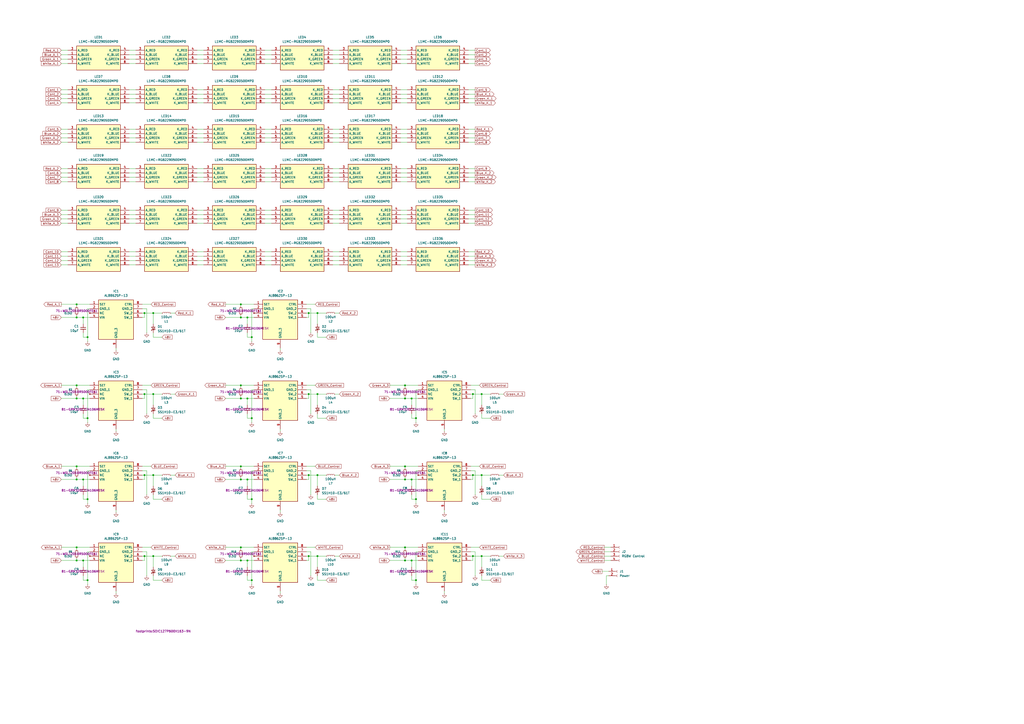
<source format=kicad_sch>
(kicad_sch (version 20250114) (generator "eeschema") (generator_version "9.0")
  (paper "A2")
  (junction (at 48.26 278.13))
  (junction (at 44.45 270.51))
  (junction (at 139.7 325.12))
  (junction (at 83.82 228.6))
  (junction (at 184.15 275.59))
  (junction (at 143.51 278.13))
  (junction (at 50.8 242.57))
  (junction (at 234.95 223.52))
  (junction (at 139.7 278.13))
  (junction (at 238.76 325.12))
  (junction (at 184.15 181.61))
  (junction (at 83.82 322.58))
  (junction (at 184.15 322.58))
  (junction (at 279.4 228.6))
  (junction (at 44.45 317.5))
  (junction (at 139.7 223.52))
  (junction (at 241.3 336.55))
  (junction (at 143.51 325.12))
  (junction (at 143.51 231.14))
  (junction (at 234.95 231.14))
  (junction (at 50.8 289.56))
  (junction (at 50.8 336.55))
  (junction (at 139.7 317.5))
  (junction (at 274.32 275.59))
  (junction (at 83.82 181.61))
  (junction (at 179.07 322.58))
  (junction (at 238.76 278.13))
  (junction (at 274.32 322.58))
  (junction (at 234.95 325.12))
  (junction (at 234.95 317.5))
  (junction (at 184.15 228.6))
  (junction (at 88.9 275.59))
  (junction (at 48.26 325.12))
  (junction (at 234.95 278.13))
  (junction (at 179.07 228.6))
  (junction (at 234.95 270.51))
  (junction (at 179.07 181.61))
  (junction (at 179.07 275.59))
  (junction (at 139.7 270.51))
  (junction (at 279.4 322.58))
  (junction (at 146.05 195.58))
  (junction (at 83.82 275.59))
  (junction (at 88.9 181.61))
  (junction (at 146.05 289.56))
  (junction (at 241.3 242.57))
  (junction (at 44.45 325.12))
  (junction (at 44.45 184.15))
  (junction (at 44.45 176.53))
  (junction (at 48.26 184.15))
  (junction (at 139.7 176.53))
  (junction (at 238.76 231.14))
  (junction (at 44.45 231.14))
  (junction (at 50.8 195.58))
  (junction (at 146.05 242.57))
  (junction (at 48.26 231.14))
  (junction (at 88.9 322.58))
  (junction (at 143.51 184.15))
  (junction (at 139.7 184.15))
  (junction (at 279.4 275.59))
  (junction (at 146.05 336.55))
  (junction (at 274.32 228.6))
  (junction (at 139.7 231.14))
  (junction (at 88.9 228.6))
  (junction (at 44.45 278.13))
  (junction (at 44.45 223.52))
  (junction (at 241.3 289.56))
  (wire (pts (xy 193.04 77.47) (xy 196.85 77.47)))
  (wire (pts (xy 351.79 334.01) (xy 351.79 339.09)))
  (wire (pts (xy 139.7 276.86) (xy 139.7 278.13)))
  (wire (pts (xy 139.7 176.53) (xy 147.32 176.53)))
  (wire (pts (xy 153.67 80.01) (xy 157.48 80.01)))
  (wire (pts (xy 279.4 228.6) (xy 284.48 228.6)))
  (wire (pts (xy 143.51 231.14) (xy 147.32 231.14)))
  (wire (pts (xy 139.7 231.14) (xy 143.51 231.14)))
  (wire (pts (xy 162.56 295.91) (xy 162.56 297.18)))
  (wire (pts (xy 234.95 323.85) (xy 234.95 325.12)))
  (wire (pts (xy 88.9 336.55) (xy 93.98 336.55)))
  (wire (pts (xy 226.06 325.12) (xy 234.95 325.12)))
  (wire (pts (xy 271.78 100.33) (xy 275.59 100.33)))
  (wire (pts (xy 114.3 127) (xy 118.11 127)))
  (wire (pts (xy 271.78 124.46) (xy 275.59 124.46)))
  (wire (pts (xy 50.8 226.06) (xy 52.07 226.06)))
  (wire (pts (xy 153.67 82.55) (xy 157.48 82.55)))
  (wire (pts (xy 273.05 317.5) (xy 278.13 317.5)))
  (wire (pts (xy 238.76 325.12) (xy 242.57 325.12)))
  (wire (pts (xy 88.9 322.58) (xy 93.98 322.58)))
  (wire (pts (xy 88.9 334.01) (xy 88.9 336.55)))
  (wire (pts (xy 153.67 124.46) (xy 157.48 124.46)))
  (wire (pts (xy 232.41 74.93) (xy 236.22 74.93)))
  (wire (pts (xy 162.56 201.93) (xy 162.56 203.2)))
  (wire (pts (xy 193.04 121.92) (xy 196.85 121.92)))
  (wire (pts (xy 180.34 273.05) (xy 180.34 287.02)))
  (wire (pts (xy 238.76 325.12) (xy 238.76 328.93)))
  (wire (pts (xy 180.34 320.04) (xy 180.34 334.01)))
  (wire (pts (xy 44.45 317.5) (xy 44.45 318.77)))
  (wire (pts (xy 48.26 325.12) (xy 52.07 325.12)))
  (wire (pts (xy 44.45 270.51) (xy 44.45 271.78)))
  (wire (pts (xy 88.9 181.61) (xy 88.9 187.96)))
  (wire (pts (xy 238.76 278.13) (xy 242.57 278.13)))
  (wire (pts (xy 232.41 100.33) (xy 236.22 100.33)))
  (wire (pts (xy 184.15 275.59) (xy 189.23 275.59)))
  (wire (pts (xy 241.3 273.05) (xy 242.57 273.05)))
  (wire (pts (xy 234.95 223.52) (xy 234.95 224.79)))
  (wire (pts (xy 35.56 121.92) (xy 39.37 121.92)))
  (wire (pts (xy 114.3 31.75) (xy 118.11 31.75)))
  (wire (pts (xy 82.55 179.07) (xy 85.09 179.07)))
  (wire (pts (xy 257.81 342.9) (xy 257.81 344.17)))
  (wire (pts (xy 44.45 231.14) (xy 48.26 231.14)))
  (wire (pts (xy 153.67 148.59) (xy 157.48 148.59)))
  (wire (pts (xy 279.4 275.59) (xy 284.48 275.59)))
  (wire (pts (xy 146.05 289.56) (xy 146.05 292.1)))
  (wire (pts (xy 232.41 105.41) (xy 236.22 105.41)))
  (wire (pts (xy 271.78 29.21) (xy 275.59 29.21)))
  (wire (pts (xy 238.76 336.55) (xy 241.3 336.55)))
  (wire (pts (xy 146.05 336.55) (xy 146.05 339.09)))
  (wire (pts (xy 273.05 228.6) (xy 274.32 228.6)))
  (wire (pts (xy 193.04 31.75) (xy 196.85 31.75)))
  (wire (pts (xy 50.8 289.56) (xy 50.8 292.1)))
  (wire (pts (xy 114.3 97.79) (xy 118.11 97.79)))
  (wire (pts (xy 184.15 322.58) (xy 189.23 322.58)))
  (wire (pts (xy 88.9 193.04) (xy 88.9 195.58)))
  (wire (pts (xy 74.93 52.07) (xy 78.74 52.07)))
  (wire (pts (xy 193.04 36.83) (xy 196.85 36.83)))
  (wire (pts (xy 232.41 129.54) (xy 236.22 129.54)))
  (wire (pts (xy 44.45 278.13) (xy 48.26 278.13)))
  (wire (pts (xy 232.41 82.55) (xy 236.22 82.55)))
  (wire (pts (xy 48.26 287.02) (xy 48.26 289.56)))
  (wire (pts (xy 153.67 100.33) (xy 157.48 100.33)))
  (wire (pts (xy 35.56 97.79) (xy 39.37 97.79)))
  (wire (pts (xy 241.3 273.05) (xy 241.3 289.56)))
  (wire (pts (xy 74.93 102.87) (xy 78.74 102.87)))
  (wire (pts (xy 74.93 29.21) (xy 78.74 29.21)))
  (wire (pts (xy 50.8 179.07) (xy 52.07 179.07)))
  (wire (pts (xy 180.34 179.07) (xy 180.34 193.04)))
  (wire (pts (xy 82.55 320.04) (xy 85.09 320.04)))
  (wire (pts (xy 67.31 295.91) (xy 67.31 297.18)))
  (wire (pts (xy 271.78 52.07) (xy 275.59 52.07)))
  (wire (pts (xy 35.56 77.47) (xy 39.37 77.47)))
  (wire (pts (xy 274.32 228.6) (xy 279.4 228.6)))
  (wire (pts (xy 193.04 54.61) (xy 196.85 54.61)))
  (wire (pts (xy 114.3 100.33) (xy 118.11 100.33)))
  (wire (pts (xy 180.34 226.06) (xy 180.34 240.03)))
  (wire (pts (xy 35.56 100.33) (xy 39.37 100.33)))
  (wire (pts (xy 232.41 127) (xy 236.22 127)))
  (wire (pts (xy 179.07 275.59) (xy 179.07 278.13)))
  (wire (pts (xy 146.05 179.07) (xy 146.05 195.58)))
  (wire (pts (xy 153.67 153.67) (xy 157.48 153.67)))
  (wire (pts (xy 184.15 289.56) (xy 189.23 289.56)))
  (wire (pts (xy 114.3 80.01) (xy 118.11 80.01)))
  (wire (pts (xy 257.81 248.92) (xy 257.81 250.19)))
  (wire (pts (xy 275.59 273.05) (xy 275.59 287.02)))
  (wire (pts (xy 48.26 193.04) (xy 48.26 195.58)))
  (wire (pts (xy 274.32 322.58) (xy 274.32 325.12)))
  (wire (pts (xy 114.3 54.61) (xy 118.11 54.61)))
  (wire (pts (xy 241.3 226.06) (xy 242.57 226.06)))
  (wire (pts (xy 85.09 226.06) (xy 85.09 240.03)))
  (wire (pts (xy 74.93 80.01) (xy 78.74 80.01)))
  (wire (pts (xy 232.41 34.29) (xy 236.22 34.29)))
  (wire (pts (xy 44.45 270.51) (xy 52.07 270.51)))
  (wire (pts (xy 177.8 179.07) (xy 180.34 179.07)))
  (wire (pts (xy 44.45 182.88) (xy 44.45 184.15)))
  (wire (pts (xy 35.56 153.67) (xy 39.37 153.67)))
  (wire (pts (xy 83.82 181.61) (xy 88.9 181.61)))
  (wire (pts (xy 114.3 129.54) (xy 118.11 129.54)))
  (wire (pts (xy 143.51 334.01) (xy 143.51 336.55)))
  (wire (pts (xy 271.78 129.54) (xy 275.59 129.54)))
  (wire (pts (xy 153.67 121.92) (xy 157.48 121.92)))
  (wire (pts (xy 179.07 228.6) (xy 184.15 228.6)))
  (wire (pts (xy 153.67 105.41) (xy 157.48 105.41)))
  (wire (pts (xy 193.04 29.21) (xy 196.85 29.21)))
  (wire (pts (xy 273.05 231.14) (xy 274.32 231.14)))
  (wire (pts (xy 114.3 29.21) (xy 118.11 29.21)))
  (wire (pts (xy 35.56 52.07) (xy 39.37 52.07)))
  (wire (pts (xy 153.67 54.61) (xy 157.48 54.61)))
  (wire (pts (xy 143.51 336.55) (xy 146.05 336.55)))
  (wire (pts (xy 139.7 223.52) (xy 147.32 223.52)))
  (wire (pts (xy 50.8 195.58) (xy 50.8 198.12)))
  (wire (pts (xy 48.26 184.15) (xy 48.26 187.96)))
  (wire (pts (xy 48.26 278.13) (xy 52.07 278.13)))
  (wire (pts (xy 146.05 320.04) (xy 147.32 320.04)))
  (wire (pts (xy 177.8 320.04) (xy 180.34 320.04)))
  (wire (pts (xy 143.51 240.03) (xy 143.51 242.57)))
  (wire (pts (xy 279.4 287.02) (xy 279.4 289.56)))
  (wire (pts (xy 114.3 82.55) (xy 118.11 82.55)))
  (wire (pts (xy 48.26 242.57) (xy 50.8 242.57)))
  (wire (pts (xy 83.82 322.58) (xy 83.82 325.12)))
  (wire (pts (xy 177.8 322.58) (xy 179.07 322.58)))
  (wire (pts (xy 279.4 228.6) (xy 279.4 234.95)))
  (wire (pts (xy 50.8 273.05) (xy 50.8 289.56)))
  (wire (pts (xy 279.4 334.01) (xy 279.4 336.55)))
  (wire (pts (xy 35.56 231.14) (xy 44.45 231.14)))
  (wire (pts (xy 139.7 182.88) (xy 139.7 184.15)))
  (wire (pts (xy 35.56 176.53) (xy 44.45 176.53)))
  (wire (pts (xy 279.4 289.56) (xy 284.48 289.56)))
  (wire (pts (xy 74.93 82.55) (xy 78.74 82.55)))
  (wire (pts (xy 153.67 36.83) (xy 157.48 36.83)))
  (wire (pts (xy 271.78 121.92) (xy 275.59 121.92)))
  (wire (pts (xy 35.56 317.5) (xy 44.45 317.5)))
  (wire (pts (xy 146.05 226.06) (xy 146.05 242.57)))
  (wire (pts (xy 273.05 278.13) (xy 274.32 278.13)))
  (wire (pts (xy 193.04 100.33) (xy 196.85 100.33)))
  (wire (pts (xy 234.95 229.87) (xy 234.95 231.14)))
  (wire (pts (xy 271.78 59.69) (xy 275.59 59.69)))
  (wire (pts (xy 350.52 325.12) (xy 354.33 325.12)))
  (wire (pts (xy 234.95 317.5) (xy 242.57 317.5)))
  (wire (pts (xy 177.8 317.5) (xy 182.88 317.5)))
  (wire (pts (xy 139.7 176.53) (xy 139.7 177.8)))
  (wire (pts (xy 82.55 270.51) (xy 87.63 270.51)))
  (wire (pts (xy 350.52 322.58) (xy 354.33 322.58)))
  (wire (pts (xy 232.41 59.69) (xy 236.22 59.69)))
  (wire (pts (xy 232.41 29.21) (xy 236.22 29.21)))
  (wire (pts (xy 35.56 270.51) (xy 44.45 270.51)))
  (wire (pts (xy 82.55 325.12) (xy 83.82 325.12)))
  (wire (pts (xy 139.7 317.5) (xy 139.7 318.77)))
  (wire (pts (xy 114.3 105.41) (xy 118.11 105.41)))
  (wire (pts (xy 48.26 240.03) (xy 48.26 242.57)))
  (wire (pts (xy 271.78 102.87) (xy 275.59 102.87)))
  (wire (pts (xy 271.78 153.67) (xy 275.59 153.67)))
  (wire (pts (xy 273.05 223.52) (xy 278.13 223.52)))
  (wire (pts (xy 271.78 146.05) (xy 275.59 146.05)))
  (wire (pts (xy 153.67 57.15) (xy 157.48 57.15)))
  (wire (pts (xy 35.56 124.46) (xy 39.37 124.46)))
  (wire (pts (xy 184.15 334.01) (xy 184.15 336.55)))
  (wire (pts (xy 88.9 289.56) (xy 93.98 289.56)))
  (wire (pts (xy 99.06 275.59) (xy 101.6 275.59)))
  (wire (pts (xy 193.04 34.29) (xy 196.85 34.29)))
  (wire (pts (xy 177.8 273.05) (xy 180.34 273.05)))
  (wire (pts (xy 238.76 289.56) (xy 241.3 289.56)))
  (wire (pts (xy 179.07 322.58) (xy 179.07 325.12)))
  (wire (pts (xy 289.56 322.58) (xy 292.1 322.58)))
  (wire (pts (xy 88.9 242.57) (xy 93.98 242.57)))
  (wire (pts (xy 153.67 74.93) (xy 157.48 74.93)))
  (wire (pts (xy 289.56 275.59) (xy 292.1 275.59)))
  (wire (pts (xy 114.3 151.13) (xy 118.11 151.13)))
  (wire (pts (xy 146.05 320.04) (xy 146.05 336.55)))
  (wire (pts (xy 162.56 342.9) (xy 162.56 344.17)))
  (wire (pts (xy 74.93 127) (xy 78.74 127)))
  (wire (pts (xy 184.15 181.61) (xy 184.15 187.96)))
  (wire (pts (xy 271.78 80.01) (xy 275.59 80.01)))
  (wire (pts (xy 153.67 97.79) (xy 157.48 97.79)))
  (wire (pts (xy 146.05 242.57) (xy 146.05 245.11)))
  (wire (pts (xy 35.56 278.13) (xy 44.45 278.13)))
  (wire (pts (xy 114.3 77.47) (xy 118.11 77.47)))
  (wire (pts (xy 83.82 322.58) (xy 88.9 322.58)))
  (wire (pts (xy 241.3 242.57) (xy 241.3 245.11)))
  (wire (pts (xy 153.67 151.13) (xy 157.48 151.13)))
  (wire (pts (xy 130.81 317.5) (xy 139.7 317.5)))
  (wire (pts (xy 193.04 151.13) (xy 196.85 151.13)))
  (wire (pts (xy 349.25 331.47) (xy 353.06 331.47)))
  (wire (pts (xy 271.78 97.79) (xy 275.59 97.79)))
  (wire (pts (xy 177.8 223.52) (xy 182.88 223.52)))
  (wire (pts (xy 139.7 229.87) (xy 139.7 231.14)))
  (wire (pts (xy 184.15 287.02) (xy 184.15 289.56)))
  (wire (pts (xy 85.09 273.05) (xy 85.09 287.02)))
  (wire (pts (xy 35.56 54.61) (xy 39.37 54.61)))
  (wire (pts (xy 114.3 74.93) (xy 118.11 74.93)))
  (wire (pts (xy 226.06 231.14) (xy 234.95 231.14)))
  (wire (pts (xy 74.93 148.59) (xy 78.74 148.59)))
  (wire (pts (xy 74.93 97.79) (xy 78.74 97.79)))
  (wire (pts (xy 35.56 36.83) (xy 39.37 36.83)))
  (wire (pts (xy 279.4 322.58) (xy 279.4 328.93)))
  (wire (pts (xy 146.05 273.05) (xy 147.32 273.05)))
  (wire (pts (xy 153.67 127) (xy 157.48 127)))
  (wire (pts (xy 130.81 231.14) (xy 139.7 231.14)))
  (wire (pts (xy 35.56 59.69) (xy 39.37 59.69)))
  (wire (pts (xy 271.78 105.41) (xy 275.59 105.41)))
  (wire (pts (xy 226.06 223.52) (xy 234.95 223.52)))
  (wire (pts (xy 232.41 77.47) (xy 236.22 77.47)))
  (wire (pts (xy 130.81 270.51) (xy 139.7 270.51)))
  (wire (pts (xy 177.8 181.61) (xy 179.07 181.61)))
  (wire (pts (xy 114.3 52.07) (xy 118.11 52.07)))
  (wire (pts (xy 193.04 153.67) (xy 196.85 153.67)))
  (wire (pts (xy 279.4 336.55) (xy 284.48 336.55)))
  (wire (pts (xy 143.51 184.15) (xy 143.51 187.96)))
  (wire (pts (xy 238.76 231.14) (xy 242.57 231.14)))
  (wire (pts (xy 114.3 121.92) (xy 118.11 121.92)))
  (wire (pts (xy 273.05 226.06) (xy 275.59 226.06)))
  (wire (pts (xy 44.45 184.15) (xy 48.26 184.15)))
  (wire (pts (xy 193.04 52.07) (xy 196.85 52.07)))
  (wire (pts (xy 50.8 320.04) (xy 50.8 336.55)))
  (wire (pts (xy 271.78 54.61) (xy 275.59 54.61)))
  (wire (pts (xy 139.7 278.13) (xy 143.51 278.13)))
  (wire (pts (xy 82.55 322.58) (xy 83.82 322.58)))
  (wire (pts (xy 50.8 336.55) (xy 50.8 339.09)))
  (wire (pts (xy 35.56 151.13) (xy 39.37 151.13)))
  (wire (pts (xy 48.26 195.58) (xy 50.8 195.58)))
  (wire (pts (xy 193.04 105.41) (xy 196.85 105.41)))
  (wire (pts (xy 184.15 193.04) (xy 184.15 195.58)))
  (wire (pts (xy 232.41 31.75) (xy 236.22 31.75)))
  (wire (pts (xy 273.05 270.51) (xy 278.13 270.51)))
  (wire (pts (xy 83.82 228.6) (xy 88.9 228.6)))
  (wire (pts (xy 139.7 223.52) (xy 139.7 224.79)))
  (wire (pts (xy 232.41 153.67) (xy 236.22 153.67)))
  (wire (pts (xy 82.55 184.15) (xy 83.82 184.15)))
  (wire (pts (xy 74.93 121.92) (xy 78.74 121.92)))
  (wire (pts (xy 234.95 270.51) (xy 242.57 270.51)))
  (wire (pts (xy 241.3 226.06) (xy 241.3 242.57)))
  (wire (pts (xy 271.78 36.83) (xy 275.59 36.83)))
  (wire (pts (xy 48.26 184.15) (xy 52.07 184.15)))
  (wire (pts (xy 88.9 228.6) (xy 93.98 228.6)))
  (wire (pts (xy 44.45 223.52) (xy 44.45 224.79)))
  (wire (pts (xy 74.93 31.75) (xy 78.74 31.75)))
  (wire (pts (xy 162.56 248.92) (xy 162.56 250.19)))
  (wire (pts (xy 350.52 320.04) (xy 354.33 320.04)))
  (wire (pts (xy 50.8 273.05) (xy 52.07 273.05)))
  (wire (pts (xy 153.67 52.07) (xy 157.48 52.07)))
  (wire (pts (xy 67.31 201.93) (xy 67.31 203.2)))
  (wire (pts (xy 177.8 278.13) (xy 179.07 278.13)))
  (wire (pts (xy 35.56 325.12) (xy 44.45 325.12)))
  (wire (pts (xy 88.9 240.03) (xy 88.9 242.57)))
  (wire (pts (xy 35.56 184.15) (xy 44.45 184.15)))
  (wire (pts (xy 279.4 275.59) (xy 279.4 281.94)))
  (wire (pts (xy 177.8 228.6) (xy 179.07 228.6)))
  (wire (pts (xy 35.56 102.87) (xy 39.37 102.87)))
  (wire (pts (xy 35.56 34.29) (xy 39.37 34.29)))
  (wire (pts (xy 114.3 153.67) (xy 118.11 153.67)))
  (wire (pts (xy 114.3 57.15) (xy 118.11 57.15)))
  (wire (pts (xy 279.4 242.57) (xy 284.48 242.57)))
  (wire (pts (xy 271.78 77.47) (xy 275.59 77.47)))
  (wire (pts (xy 232.41 102.87) (xy 236.22 102.87)))
  (wire (pts (xy 44.45 176.53) (xy 52.07 176.53)))
  (wire (pts (xy 35.56 82.55) (xy 39.37 82.55)))
  (wire (pts (xy 74.93 129.54) (xy 78.74 129.54)))
  (wire (pts (xy 257.81 295.91) (xy 257.81 297.18)))
  (wire (pts (xy 279.4 322.58) (xy 284.48 322.58)))
  (wire (pts (xy 74.93 124.46) (xy 78.74 124.46)))
  (wire (pts (xy 44.45 176.53) (xy 44.45 177.8)))
  (wire (pts (xy 82.55 231.14) (xy 83.82 231.14)))
  (wire (pts (xy 44.45 223.52) (xy 52.07 223.52)))
  (wire (pts (xy 143.51 289.56) (xy 146.05 289.56)))
  (wire (pts (xy 193.04 74.93) (xy 196.85 74.93)))
  (wire (pts (xy 50.8 226.06) (xy 50.8 242.57)))
  (wire (pts (xy 234.95 317.5) (xy 234.95 318.77)))
  (wire (pts (xy 153.67 77.47) (xy 157.48 77.47)))
  (wire (pts (xy 83.82 275.59) (xy 83.82 278.13)))
  (wire (pts (xy 50.8 320.04) (xy 52.07 320.04)))
  (wire (pts (xy 193.04 102.87) (xy 196.85 102.87)))
  (wire (pts (xy 153.67 34.29) (xy 157.48 34.29)))
  (wire (pts (xy 83.82 275.59) (xy 88.9 275.59)))
  (wire (pts (xy 193.04 127) (xy 196.85 127)))
  (wire (pts (xy 226.06 317.5) (xy 234.95 317.5)))
  (wire (pts (xy 274.32 228.6) (xy 274.32 231.14)))
  (wire (pts (xy 184.15 181.61) (xy 189.23 181.61)))
  (wire (pts (xy 88.9 228.6) (xy 88.9 234.95)))
  (wire (pts (xy 194.31 322.58) (xy 196.85 322.58)))
  (wire (pts (xy 139.7 270.51) (xy 139.7 271.78)))
  (wire (pts (xy 232.41 148.59) (xy 236.22 148.59)))
  (wire (pts (xy 139.7 270.51) (xy 147.32 270.51)))
  (wire (pts (xy 35.56 148.59) (xy 39.37 148.59)))
  (wire (pts (xy 114.3 148.59) (xy 118.11 148.59)))
  (wire (pts (xy 146.05 273.05) (xy 146.05 289.56)))
  (wire (pts (xy 273.05 322.58) (xy 274.32 322.58)))
  (wire (pts (xy 44.45 325.12) (xy 48.26 325.12)))
  (wire (pts (xy 177.8 184.15) (xy 179.07 184.15)))
  (wire (pts (xy 238.76 231.14) (xy 238.76 234.95)))
  (wire (pts (xy 226.06 270.51) (xy 234.95 270.51)))
  (wire (pts (xy 67.31 248.92) (xy 67.31 250.19)))
  (wire (pts (xy 184.15 228.6) (xy 184.15 234.95)))
  (wire (pts (xy 82.55 275.59) (xy 83.82 275.59)))
  (wire (pts (xy 194.31 181.61) (xy 196.85 181.61)))
  (wire (pts (xy 82.55 278.13) (xy 83.82 278.13)))
  (wire (pts (xy 114.3 36.83) (xy 118.11 36.83)))
  (wire (pts (xy 232.41 80.01) (xy 236.22 80.01)))
  (wire (pts (xy 232.41 36.83) (xy 236.22 36.83)))
  (wire (pts (xy 114.3 124.46) (xy 118.11 124.46)))
  (wire (pts (xy 179.07 322.58) (xy 184.15 322.58)))
  (wire (pts (xy 238.76 240.03) (xy 238.76 242.57)))
  (wire (pts (xy 241.3 320.04) (xy 242.57 320.04)))
  (wire (pts (xy 271.78 57.15) (xy 275.59 57.15)))
  (wire (pts (xy 273.05 325.12) (xy 274.32 325.12)))
  (wire (pts (xy 179.07 275.59) (xy 184.15 275.59)))
  (wire (pts (xy 74.93 34.29) (xy 78.74 34.29)))
  (wire (pts (xy 88.9 275.59) (xy 88.9 281.94)))
  (wire (pts (xy 179.07 181.61) (xy 184.15 181.61)))
  (wire (pts (xy 193.04 124.46) (xy 196.85 124.46)))
  (wire (pts (xy 234.95 231.14) (xy 238.76 231.14)))
  (wire (pts (xy 48.26 325.12) (xy 48.26 328.93)))
  (wire (pts (xy 35.56 223.52) (xy 44.45 223.52)))
  (wire (pts (xy 238.76 334.01) (xy 238.76 336.55)))
  (wire (pts (xy 232.41 57.15) (xy 236.22 57.15)))
  (wire (pts (xy 114.3 34.29) (xy 118.11 34.29)))
  (wire (pts (xy 130.81 278.13) (xy 139.7 278.13)))
  (wire (pts (xy 48.26 278.13) (xy 48.26 281.94)))
  (wire (pts (xy 44.45 323.85) (xy 44.45 325.12)))
  (wire (pts (xy 179.07 228.6) (xy 179.07 231.14)))
  (wire (pts (xy 48.26 336.55) (xy 50.8 336.55)))
  (wire (pts (xy 143.51 325.12) (xy 143.51 328.93)))
  (wire (pts (xy 153.67 129.54) (xy 157.48 129.54)))
  (wire (pts (xy 194.31 228.6) (xy 196.85 228.6)))
  (wire (pts (xy 234.95 276.86) (xy 234.95 278.13)))
  (wire (pts (xy 139.7 325.12) (xy 143.51 325.12)))
  (wire (pts (xy 184.15 322.58) (xy 184.15 328.93)))
  (wire (pts (xy 238.76 287.02) (xy 238.76 289.56)))
  (wire (pts (xy 88.9 181.61) (xy 93.98 181.61)))
  (wire (pts (xy 234.95 223.52) (xy 242.57 223.52)))
  (wire (pts (xy 74.93 151.13) (xy 78.74 151.13)))
  (wire (pts (xy 184.15 228.6) (xy 189.23 228.6)))
  (wire (pts (xy 99.06 228.6) (xy 101.6 228.6)))
  (wire (pts (xy 271.78 127) (xy 275.59 127)))
  (wire (pts (xy 114.3 146.05) (xy 118.11 146.05)))
  (wire (pts (xy 48.26 334.01) (xy 48.26 336.55)))
  (wire (pts (xy 193.04 97.79) (xy 196.85 97.79)))
  (wire (pts (xy 271.78 34.29) (xy 275.59 34.29)))
  (wire (pts (xy 232.41 121.92) (xy 236.22 121.92)))
  (wire (pts (xy 184.15 275.59) (xy 184.15 281.94)))
  (wire (pts (xy 143.51 231.14) (xy 143.51 234.95)))
  (wire (pts (xy 139.7 323.85) (xy 139.7 325.12)))
  (wire (pts (xy 234.95 270.51) (xy 234.95 271.78)))
  (wire (pts (xy 153.67 102.87) (xy 157.48 102.87)))
  (wire (pts (xy 241.3 320.04) (xy 241.3 336.55)))
  (wire (pts (xy 83.82 181.61) (xy 83.82 184.15)))
  (wire (pts (xy 48.26 231.14) (xy 48.26 234.95)))
  (wire (pts (xy 184.15 336.55) (xy 189.23 336.55)))
  (wire (pts (xy 193.04 80.01) (xy 196.85 80.01)))
  (wire (pts (xy 82.55 181.61) (xy 83.82 181.61)))
  (wire (pts (xy 88.9 287.02) (xy 88.9 289.56)))
  (wire (pts (xy 82.55 223.52) (xy 87.63 223.52)))
  (wire (pts (xy 88.9 322.58) (xy 88.9 328.93)))
  (wire (pts (xy 143.51 195.58) (xy 146.05 195.58)))
  (wire (pts (xy 279.4 240.03) (xy 279.4 242.57)))
  (wire (pts (xy 48.26 289.56) (xy 50.8 289.56)))
  (wire (pts (xy 44.45 276.86) (xy 44.45 278.13)))
  (wire (pts (xy 184.15 195.58) (xy 189.23 195.58)))
  (wire (pts (xy 271.78 151.13) (xy 275.59 151.13)))
  (wire (pts (xy 232.41 52.07) (xy 236.22 52.07)))
  (wire (pts (xy 275.59 320.04) (xy 275.59 334.01)))
  (wire (pts (xy 88.9 195.58) (xy 93.98 195.58)))
  (wire (pts (xy 271.78 74.93) (xy 275.59 74.93)))
  (wire (pts (xy 226.06 278.13) (xy 234.95 278.13)))
  (wire (pts (xy 273.05 275.59) (xy 274.32 275.59)))
  (wire (pts (xy 232.41 54.61) (xy 236.22 54.61)))
  (wire (pts (xy 143.51 278.13) (xy 147.32 278.13)))
  (wire (pts (xy 83.82 228.6) (xy 83.82 231.14)))
  (wire (pts (xy 234.95 278.13) (xy 238.76 278.13)))
  (wire (pts (xy 143.51 325.12) (xy 147.32 325.12)))
  (wire (pts (xy 74.93 59.69) (xy 78.74 59.69)))
  (wire (pts (xy 44.45 317.5) (xy 52.07 317.5)))
  (wire (pts (xy 139.7 317.5) (xy 147.32 317.5)))
  (wire (pts (xy 50.8 179.07) (xy 50.8 195.58)))
  (wire (pts (xy 177.8 325.12) (xy 179.07 325.12)))
  (wire (pts (xy 146.05 179.07) (xy 147.32 179.07)))
  (wire (pts (xy 74.93 100.33) (xy 78.74 100.33)))
  (wire (pts (xy 139.7 184.15) (xy 143.51 184.15)))
  (wire (pts (xy 35.56 29.21) (xy 39.37 29.21)))
  (wire (pts (xy 273.05 320.04) (xy 275.59 320.04)))
  (wire (pts (xy 35.56 105.41) (xy 39.37 105.41)))
  (wire (pts (xy 35.56 129.54) (xy 39.37 129.54)))
  (wire (pts (xy 35.56 57.15) (xy 39.37 57.15)))
  (wire (pts (xy 74.93 77.47) (xy 78.74 77.47)))
  (wire (pts (xy 74.93 54.61) (xy 78.74 54.61)))
  (wire (pts (xy 271.78 82.55) (xy 275.59 82.55)))
  (wire (pts (xy 193.04 148.59) (xy 196.85 148.59)))
  (wire (pts (xy 99.06 322.58) (xy 101.6 322.58)))
  (wire (pts (xy 114.3 102.87) (xy 118.11 102.87)))
  (wire (pts (xy 99.06 181.61) (xy 101.6 181.61)))
  (wire (pts (xy 274.32 275.59) (xy 279.4 275.59)))
  (wire (pts (xy 35.56 31.75) (xy 39.37 31.75)))
  (wire (pts (xy 179.07 181.61) (xy 179.07 184.15)))
  (wire (pts (xy 177.8 231.14) (xy 179.07 231.14)))
  (wire (pts (xy 193.04 82.55) (xy 196.85 82.55)))
  (wire (pts (xy 143.51 242.57) (xy 146.05 242.57)))
  (wire (pts (xy 82.55 273.05) (xy 85.09 273.05)))
  (wire (pts (xy 114.3 59.69) (xy 118.11 59.69)))
  (wire (pts (xy 67.31 342.9) (xy 67.31 344.17)))
  (wire (pts (xy 74.93 153.67) (xy 78.74 153.67)))
  (wire (pts (xy 153.67 29.21) (xy 157.48 29.21)))
  (wire (pts (xy 184.15 242.57) (xy 189.23 242.57)))
  (wire (pts (xy 48.26 231.14) (xy 52.07 231.14)))
  (wire (pts (xy 143.51 278.13) (xy 143.51 281.94)))
  (wire (pts (xy 74.93 146.05) (xy 78.74 146.05)))
  (wire (pts (xy 85.09 179.07) (xy 85.09 193.04)))
  (wire (pts (xy 74.93 105.41) (xy 78.74 105.41)))
  (wire (pts (xy 274.32 275.59) (xy 274.32 278.13)))
  (wire (pts (xy 350.52 317.5) (xy 354.33 317.5)))
  (wire (pts (xy 85.09 320.04) (xy 85.09 334.01)))
  (wire (pts (xy 74.93 57.15) (xy 78.74 57.15)))
  (wire (pts (xy 193.04 129.54) (xy 196.85 129.54)))
  (wire (pts (xy 153.67 59.69) (xy 157.48 59.69)))
  (wire (pts (xy 271.78 148.59) (xy 275.59 148.59)))
  (wire (pts (xy 232.41 151.13) (xy 236.22 151.13)))
  (wire (pts (xy 193.04 57.15) (xy 196.85 57.15)))
  (wire (pts (xy 50.8 242.57) (xy 50.8 245.11)))
  (wire (pts (xy 82.55 317.5) (xy 87.63 317.5)))
  (wire (pts (xy 241.3 336.55) (xy 241.3 339.09)))
  (wire (pts (xy 153.67 146.05) (xy 157.48 146.05)))
  (wire (pts (xy 143.51 287.02) (xy 143.51 289.56)))
  (wire (pts (xy 82.55 226.06) (xy 85.09 226.06)))
  (wire (pts (xy 130.81 176.53) (xy 139.7 176.53)))
  (wire (pts (xy 146.05 195.58) (xy 146.05 198.12)))
  (wire (pts (xy 82.55 228.6) (xy 83.82 228.6)))
  (wire (pts (xy 74.93 36.83) (xy 78.74 36.83)))
  (wire (pts (xy 130.81 325.12) (xy 139.7 325.12)))
  (wire (pts (xy 130.81 223.52) (xy 139.7 223.52)))
  (wire (pts (xy 232.41 124.46) (xy 236.22 124.46)))
  (wire (pts (xy 271.78 31.75) (xy 275.59 31.75)))
  (wire (pts (xy 274.32 322.58) (xy 279.4 322.58)))
  (wire (pts (xy 44.45 229.87) (xy 44.45 231.14)))
  (wire (pts (xy 289.56 228.6) (xy 292.1 228.6)))
  (wire (pts (xy 177.8 270.51) (xy 182.88 270.51)))
  (wire (pts (xy 194.31 275.59) (xy 196.85 275.59)))
  (wire (pts (xy 232.41 97.79) (xy 236.22 97.79)))
  (wire (pts (xy 241.3 289.56) (xy 241.3 292.1)))
  (wire (pts (xy 351.79 334.01) (xy 353.06 334.01)))
  (wire (pts (xy 146.05 226.06) (xy 147.32 226.06)))
  (wire (pts (xy 184.15 240.03) (xy 184.15 242.57)))
  (wire (pts (xy 35.56 74.93) (xy 39.37 74.93)))
  (wire (pts (xy 232.41 146.05) (xy 236.22 146.05)))
  (wire (pts (xy 273.05 273.05) (xy 275.59 273.05)))
  (wire (pts (xy 35.56 127) (xy 39.37 127)))
  (wire (pts (xy 130.81 184.15) (xy 139.7 184.15)))
  (wire (pts (xy 177.8 275.59) (xy 179.07 275.59)))
  (wire (pts (xy 177.8 176.53) (xy 182.88 176.53)))
  (wire (pts (xy 275.59 226.06) (xy 275.59 240.03)))
  (wire (pts (xy 153.67 31.75) (xy 157.48 31.75)))
  (wire (pts (xy 35.56 80.01) (xy 39.37 80.01)))
  (wire (pts (xy 74.93 74.93) (xy 78.74 74.93)))
  (wire (pts (xy 82.55 176.53) (xy 87.63 176.53)))
  (wire (pts (xy 193.04 59.69) (xy 196.85 59.69)))
  (wire (pts (xy 234.95 325.12) (xy 238.76 325.12)))
  (wire (pts (xy 193.04 146.05) (xy 196.85 146.05)))
  (wire (pts (xy 143.51 184.15) (xy 147.32 184.15)))
  (wire (pts (xy 177.8 226.06) (xy 180.34 226.06)))
  (wire (pts (xy 238.76 278.13) (xy 238.76 281.94)))
  (wire (pts (xy 238.76 242.57) (xy 241.3 242.57)))
  (wire (pts (xy 143.51 193.04) (xy 143.51 195.58)))
  (wire (pts (xy 35.56 146.05) (xy 39.37 146.05)))
  (wire (pts (xy 88.9 275.59) (xy 93.98 275.59)))
  (global_label "White_A_2" (shape input) (at 35.56 82.55 180) (property "Intersheetrefs" "${INTERSHEET_REFS}" (effects (hide yes))))
  (global_label "White_A_3" (shape input) (at 35.56 129.54 180) (property "Intersheetrefs" "${INTERSHEET_REFS}" (effects (hide yes))))
  (global_label "48V" (shape output) (at 349.25 331.47 180) (property "Intersheetrefs" "${INTERSHEET_REFS}" (effects (hide yes))))
  (global_label "Red_A_2" (shape input) (at 35.56 97.79 180) (property "Intersheetrefs" "${INTERSHEET_REFS}" (effects (hide yes))))
  (global_label "Cont_8" (shape output) (at 275.59 82.55 0) (property "Intersheetrefs" "${INTERSHEET_REFS}" (effects (hide yes))))
  (global_label "Green_A_2" (shape input) (at 35.56 80.01 180) (property "Intersheetrefs" "${INTERSHEET_REFS}" (effects (hide yes))))
  (global_label "White_A_1" (shape input) (at 35.56 36.83 180) (property "Intersheetrefs" "${INTERSHEET_REFS}" (effects (hide yes))))
  (global_label "48V" (shape input) (at 130.81 184.15 180) (property "Intersheetrefs" "${INTERSHEET_REFS}" (effects (hide yes))))
  (global_label "Red_K_1" (shape output) (at 275.59 74.93 0) (property "Intersheetrefs" "${INTERSHEET_REFS}" (effects (hide yes))))
  (global_label "Green_K_2" (shape output) (at 275.59 102.87 0) (property "Intersheetrefs" "${INTERSHEET_REFS}" (effects (hide yes))))
  (global_label "Red_A_1" (shape input) (at 35.56 29.21 180) (property "Intersheetrefs" "${INTERSHEET_REFS}" (effects (hide yes))))
  (global_label "48V" (shape input) (at 284.48 242.57 0) (property "Intersheetrefs" "${INTERSHEET_REFS}" (effects (hide yes))))
  (global_label "WHITE_Control" (shape input) (at 182.88 317.5 0) (property "Intersheetrefs" "${INTERSHEET_REFS}" (effects (hide yes))))
  (global_label "48V" (shape input) (at 93.98 195.58 0) (property "Intersheetrefs" "${INTERSHEET_REFS}" (effects (hide yes))))
  (global_label "Green_A_1" (shape output) (at 35.56 223.52 180) (property "Intersheetrefs" "${INTERSHEET_REFS}" (effects (hide yes))))
  (global_label "48V" (shape input) (at 93.98 336.55 0) (property "Intersheetrefs" "${INTERSHEET_REFS}" (effects (hide yes))))
  (global_label "White_A_1" (shape output) (at 35.56 317.5 180) (property "Intersheetrefs" "${INTERSHEET_REFS}" (effects (hide yes))))
  (global_label "GREEN_Control" (shape input) (at 182.88 223.52 0) (property "Intersheetrefs" "${INTERSHEET_REFS}" (effects (hide yes))))
  (global_label "Cont_4" (shape output) (at 275.59 36.83 0) (property "Intersheetrefs" "${INTERSHEET_REFS}" (effects (hide yes))))
  (global_label "White_A_3" (shape output) (at 226.06 317.5 180) (property "Intersheetrefs" "${INTERSHEET_REFS}" (effects (hide yes))))
  (global_label "Cont_2" (shape output) (at 275.59 31.75 0) (property "Intersheetrefs" "${INTERSHEET_REFS}" (effects (hide yes))))
  (global_label "White_K_3" (shape input) (at 292.1 322.58 0) (property "Intersheetrefs" "${INTERSHEET_REFS}" (effects (hide yes))))
  (global_label "RED_Control" (shape output) (at 350.52 317.5 180) (property "Intersheetrefs" "${INTERSHEET_REFS}" (effects (hide yes))))
  (global_label "Cont_11" (shape output) (at 275.59 124.46 0) (property "Intersheetrefs" "${INTERSHEET_REFS}" (effects (hide yes))))
  (global_label "Cont_5" (shape output) (at 275.59 52.07 0) (property "Intersheetrefs" "${INTERSHEET_REFS}" (effects (hide yes))))
  (global_label "Cont_6" (shape input) (at 35.56 100.33 180) (property "Intersheetrefs" "${INTERSHEET_REFS}" (effects (hide yes))))
  (global_label "Red_K_1" (shape input) (at 101.6 181.61 0) (property "Intersheetrefs" "${INTERSHEET_REFS}" (effects (hide yes))))
  (global_label "White_K_1" (shape input) (at 101.6 322.58 0) (property "Intersheetrefs" "${INTERSHEET_REFS}" (effects (hide yes))))
  (global_label "48V" (shape input) (at 35.56 325.12 180) (property "Intersheetrefs" "${INTERSHEET_REFS}" (effects (hide yes))))
  (global_label "48V" (shape input) (at 284.48 336.55 0) (property "Intersheetrefs" "${INTERSHEET_REFS}" (effects (hide yes))))
  (global_label "Green_K_3" (shape input) (at 292.1 228.6 0) (property "Intersheetrefs" "${INTERSHEET_REFS}" (effects (hide yes))))
  (global_label "Cont_3" (shape output) (at 275.59 34.29 0) (property "Intersheetrefs" "${INTERSHEET_REFS}" (effects (hide yes))))
  (global_label "Cont_9" (shape input) (at 35.56 121.92 180) (property "Intersheetrefs" "${INTERSHEET_REFS}" (effects (hide yes))))
  (global_label "GREEN_Control" (shape input) (at 87.63 223.52 0) (property "Intersheetrefs" "${INTERSHEET_REFS}" (effects (hide yes))))
  (global_label "48V" (shape input) (at 130.81 325.12 180) (property "Intersheetrefs" "${INTERSHEET_REFS}" (effects (hide yes))))
  (global_label "White_K_3" (shape output) (at 275.59 153.67 0) (property "Intersheetrefs" "${INTERSHEET_REFS}" (effects (hide yes))))
  (global_label "Blue_A_1" (shape input) (at 35.56 31.75 180) (property "Intersheetrefs" "${INTERSHEET_REFS}" (effects (hide yes))))
  (global_label "Cont_11" (shape input) (at 35.56 148.59 180) (property "Intersheetrefs" "${INTERSHEET_REFS}" (effects (hide yes))))
  (global_label "Blue_K_3" (shape output) (at 275.59 148.59 0) (property "Intersheetrefs" "${INTERSHEET_REFS}" (effects (hide yes))))
  (global_label "Green_A_3" (shape output) (at 226.06 223.52 180) (property "Intersheetrefs" "${INTERSHEET_REFS}" (effects (hide yes))))
  (global_label "Cont_10" (shape output) (at 275.59 121.92 0) (property "Intersheetrefs" "${INTERSHEET_REFS}" (effects (hide yes))))
  (global_label "Cont_12" (shape output) (at 275.59 127 0) (property "Intersheetrefs" "${INTERSHEET_REFS}" (effects (hide yes))))
  (global_label "White_A_2" (shape output) (at 130.81 317.5 180) (property "Intersheetrefs" "${INTERSHEET_REFS}" (effects (hide yes))))
  (global_label "BLUE_Control" (shape input) (at 182.88 270.51 0) (property "Intersheetrefs" "${INTERSHEET_REFS}" (effects (hide yes))))
  (global_label "WHITE_Control" (shape output) (at 350.52 325.12 180) (property "Intersheetrefs" "${INTERSHEET_REFS}" (effects (hide yes))))
  (global_label "Cont_7" (shape output) (at 275.59 80.01 0) (property "Intersheetrefs" "${INTERSHEET_REFS}" (effects (hide yes))))
  (global_label "Cont_6" (shape output) (at 275.59 77.47 0) (property "Intersheetrefs" "${INTERSHEET_REFS}" (effects (hide yes))))
  (global_label "48V" (shape input) (at 93.98 289.56 0) (property "Intersheetrefs" "${INTERSHEET_REFS}" (effects (hide yes))))
  (global_label "48V" (shape input) (at 226.06 278.13 180) (property "Intersheetrefs" "${INTERSHEET_REFS}" (effects (hide yes))))
  (global_label "Red_K_2" (shape output) (at 275.59 146.05 0) (property "Intersheetrefs" "${INTERSHEET_REFS}" (effects (hide yes))))
  (global_label "48V" (shape input) (at 130.81 231.14 180) (property "Intersheetrefs" "${INTERSHEET_REFS}" (effects (hide yes))))
  (global_label "48V" (shape input) (at 35.56 278.13 180) (property "Intersheetrefs" "${INTERSHEET_REFS}" (effects (hide yes))))
  (global_label "Cont_2" (shape input) (at 35.56 54.61 180) (property "Intersheetrefs" "${INTERSHEET_REFS}" (effects (hide yes))))
  (global_label "Cont_8" (shape input) (at 35.56 105.41 180) (property "Intersheetrefs" "${INTERSHEET_REFS}" (effects (hide yes))))
  (global_label "BLUE_Control" (shape input) (at 87.63 270.51 0) (property "Intersheetrefs" "${INTERSHEET_REFS}" (effects (hide yes))))
  (global_label "Cont_13" (shape output) (at 275.59 129.54 0) (property "Intersheetrefs" "${INTERSHEET_REFS}" (effects (hide yes))))
  (global_label "Cont_13" (shape input) (at 35.56 153.67 180) (property "Intersheetrefs" "${INTERSHEET_REFS}" (effects (hide yes))))
  (global_label "48V" (shape input) (at 35.56 184.15 180) (property "Intersheetrefs" "${INTERSHEET_REFS}" (effects (hide yes))))
  (global_label "Red_A_1" (shape output) (at 35.56 176.53 180) (property "Intersheetrefs" "${INTERSHEET_REFS}" (effects (hide yes))))
  (global_label "Blue_K_3" (shape input) (at 292.1 275.59 0) (property "Intersheetrefs" "${INTERSHEET_REFS}" (effects (hide yes))))
  (global_label "Green_K_1" (shape input) (at 101.6 228.6 0) (property "Intersheetrefs" "${INTERSHEET_REFS}" (effects (hide yes))))
  (global_label "48V" (shape input) (at 226.06 325.12 180) (property "Intersheetrefs" "${INTERSHEET_REFS}" (effects (hide yes))))
  (global_label "BLUE_Control" (shape input) (at 278.13 270.51 0) (property "Intersheetrefs" "${INTERSHEET_REFS}" (effects (hide yes))))
  (global_label "48V" (shape input) (at 189.23 242.57 0) (property "Intersheetrefs" "${INTERSHEET_REFS}" (effects (hide yes))))
  (global_label "Cont_10" (shape input) (at 35.56 146.05 180) (property "Intersheetrefs" "${INTERSHEET_REFS}" (effects (hide yes))))
  (global_label "48V" (shape input) (at 284.48 289.56 0) (property "Intersheetrefs" "${INTERSHEET_REFS}" (effects (hide yes))))
  (global_label "RED_Control" (shape input) (at 182.88 176.53 0) (property "Intersheetrefs" "${INTERSHEET_REFS}" (effects (hide yes))))
  (global_label "GREEN_Control" (shape input) (at 278.13 223.52 0) (property "Intersheetrefs" "${INTERSHEET_REFS}" (effects (hide yes))))
  (global_label "Green_K_3" (shape output) (at 275.59 151.13 0) (property "Intersheetrefs" "${INTERSHEET_REFS}" (effects (hide yes))))
  (global_label "48V" (shape input) (at 130.81 278.13 180) (property "Intersheetrefs" "${INTERSHEET_REFS}" (effects (hide yes))))
  (global_label "WHITE_Control" (shape input) (at 87.63 317.5 0) (property "Intersheetrefs" "${INTERSHEET_REFS}" (effects (hide yes))))
  (global_label "48V" (shape input) (at 189.23 195.58 0) (property "Intersheetrefs" "${INTERSHEET_REFS}" (effects (hide yes))))
  (global_label "Green_A_1" (shape input) (at 35.56 34.29 180) (property "Intersheetrefs" "${INTERSHEET_REFS}" (effects (hide yes))))
  (global_label "Cont_5" (shape input) (at 35.56 74.93 180) (property "Intersheetrefs" "${INTERSHEET_REFS}" (effects (hide yes))))
  (global_label "Blue_A_1" (shape output) (at 35.56 270.51 180) (property "Intersheetrefs" "${INTERSHEET_REFS}" (effects (hide yes))))
  (global_label "Blue_A_2" (shape input) (at 35.56 77.47 180) (property "Intersheetrefs" "${INTERSHEET_REFS}" (effects (hide yes))))
  (global_label "White_K_2" (shape output) (at 275.59 105.41 0) (property "Intersheetrefs" "${INTERSHEET_REFS}" (effects (hide yes))))
  (global_label "Green_K_2" (shape input) (at 196.85 228.6 0) (property "Intersheetrefs" "${INTERSHEET_REFS}" (effects (hide yes))))
  (global_label "Blue_A_3" (shape input) (at 35.56 124.46 180) (property "Intersheetrefs" "${INTERSHEET_REFS}" (effects (hide yes))))
  (global_label "Cont_1" (shape input) (at 35.56 52.07 180) (property "Intersheetrefs" "${INTERSHEET_REFS}" (effects (hide yes))))
  (global_label "White_K_1" (shape output) (at 275.59 59.69 0) (property "Intersheetrefs" "${INTERSHEET_REFS}" (effects (hide yes))))
  (global_label "BLUE_Control" (shape output) (at 350.52 322.58 180) (property "Intersheetrefs" "${INTERSHEET_REFS}" (effects (hide yes))))
  (global_label "Green_A_3" (shape input) (at 35.56 127 180) (property "Intersheetrefs" "${INTERSHEET_REFS}" (effects (hide yes))))
  (global_label "Red_K_2" (shape input) (at 196.85 181.61 0) (property "Intersheetrefs" "${INTERSHEET_REFS}" (effects (hide yes))))
  (global_label "48V" (shape input) (at 189.23 336.55 0) (property "Intersheetrefs" "${INTERSHEET_REFS}" (effects (hide yes))))
  (global_label "Blue_K_1" (shape output) (at 275.59 54.61 0) (property "Intersheetrefs" "${INTERSHEET_REFS}" (effects (hide yes))))
  (global_label "Blue_K_2" (shape output) (at 275.59 100.33 0) (property "Intersheetrefs" "${INTERSHEET_REFS}" (effects (hide yes))))
  (global_label "Cont_7" (shape input) (at 35.56 102.87 180) (property "Intersheetrefs" "${INTERSHEET_REFS}" (effects (hide yes))))
  (global_label "WHITE_Control" (shape input) (at 278.13 317.5 0) (property "Intersheetrefs" "${INTERSHEET_REFS}" (effects (hide yes))))
  (global_label "GREEN_Control" (shape output) (at 350.52 320.04 180) (property "Intersheetrefs" "${INTERSHEET_REFS}" (effects (hide yes))))
  (global_label "Cont_1" (shape output) (at 275.59 29.21 0) (property "Intersheetrefs" "${INTERSHEET_REFS}" (effects (hide yes))))
  (global_label "Blue_K_2" (shape input) (at 196.85 275.59 0) (property "Intersheetrefs" "${INTERSHEET_REFS}" (effects (hide yes))))
  (global_label "Blue_A_2" (shape output) (at 130.81 270.51 180) (property "Intersheetrefs" "${INTERSHEET_REFS}" (effects (hide yes))))
  (global_label "White_K_2" (shape input) (at 196.85 322.58 0) (property "Intersheetrefs" "${INTERSHEET_REFS}" (effects (hide yes))))
  (global_label "Cont_9" (shape output) (at 275.59 97.79 0) (property "Intersheetrefs" "${INTERSHEET_REFS}" (effects (hide yes))))
  (global_label "RED_Control" (shape input) (at 87.63 176.53 0) (property "Intersheetrefs" "${INTERSHEET_REFS}" (effects (hide yes))))
  (global_label "Cont_4" (shape input) (at 35.56 59.69 180) (property "Intersheetrefs" "${INTERSHEET_REFS}" (effects (hide yes))))
  (global_label "Cont_3" (shape input) (at 35.56 57.15 180) (property "Intersheetrefs" "${INTERSHEET_REFS}" (effects (hide yes))))
  (global_label "Blue_K_1" (shape input) (at 101.6 275.59 0) (property "Intersheetrefs" "${INTERSHEET_REFS}" (effects (hide yes))))
  (global_label "Blue_A_3" (shape output) (at 226.06 270.51 180) (property "Intersheetrefs" "${INTERSHEET_REFS}" (effects (hide yes))))
  (global_label "48V" (shape input) (at 226.06 231.14 180) (property "Intersheetrefs" "${INTERSHEET_REFS}" (effects (hide yes))))
  (global_label "48V" (shape input) (at 35.56 231.14 180) (property "Intersheetrefs" "${INTERSHEET_REFS}" (effects (hide yes))))
  (global_label "48V" (shape input) (at 189.23 289.56 0) (property "Intersheetrefs" "${INTERSHEET_REFS}" (effects (hide yes))))
  (global_label "Green_A_2" (shape output) (at 130.81 223.52 180) (property "Intersheetrefs" "${INTERSHEET_REFS}" (effects (hide yes))))
  (global_label "Red_A_2" (shape output) (at 130.81 176.53 180) (property "Intersheetrefs" "${INTERSHEET_REFS}" (effects (hide yes))))
  (global_label "Green_K_1" (shape output) (at 275.59 57.15 0) (property "Intersheetrefs" "${INTERSHEET_REFS}" (effects (hide yes))))
  (global_label "48V" (shape input) (at 93.98 242.57 0) (property "Intersheetrefs" "${INTERSHEET_REFS}" (effects (hide yes))))
  (global_label "Cont_12" (shape input) (at 35.56 151.13 180) (property "Intersheetrefs" "${INTERSHEET_REFS}" (effects (hide yes))))
  (symbol (lib_id "AL8862SP-13:AL8862SP-13") (at 147.32 270.51 0) (unit 1)
    (property "Reference" "IC7" (at 162.56 262.89 0))
    (property "Value" "AL8862SP-13" (at 162.56 265.43 0))
    (property "Footprint" "footprints:SOIC127P600X163-9N" (effects (hide yes)))
    (property "Datasheet" "https://www.diodes.com//assets/Datasheets/AL8862.pdf" (effects (hide yes)))
    (property "Description" "LED Lighting Drivers LED MV Int Switch" (effects (hide yes)))
    (property "Height" "1.63" (effects (hide yes)))
    (property "Mouser Part Number" "621-AL8862SP-13" (effects (hide yes)))
    (property "Manufacturer_Name" "Diodes Incorporated" (effects (hide yes)))
    (property "Manufacturer_Part_Number" "AL8862SP-13" (effects (hide yes)))
    (property "Mouser Price/Stock" "https://www.mouser.co.uk/ProductDetail/Diodes-Incorporated/AL8862SP-13?qs=W0yvOO0ixfFVclRYoOMX8w%3D%3D" (at 173.99 865.43 0) (effects (justify left top)))
  )
  (symbol (lib_id "L1MC-RGB2290500MP0:L1MC-RGB2290500MP0") (at 118.11 74.93 0) (unit 1)
    (property "Reference" "LED15" (at 135.89 67.31 0))
    (property "Value" "L1MC-RGB2290500MP0" (at 135.89 69.85 0))
    (property "Footprint" "footprints:L1MCRGB2290500MP0" (effects (hide yes)))
    (property "Datasheet" "https://lumileds.com/wp-content/uploads/files/DS244-luxeon-5052-rgbw-datasheet.pdf" (effects (hide yes)))
    (property "Description" "High Power LEDs - Multi-Colour White 2200 K, 90-CRI LUXEON MultiColor" (effects (hide yes)))
    (property "Height" "0.7" (effects (hide yes)))
    (property "Mouser Part Number" "997-L1MCRGB2295MP0" (effects (hide yes)))
    (property "Manufacturer_Name" "Lumileds" (effects (hide yes)))
    (property "Manufacturer_Part_Number" "L1MC-RGB2290500MP0" (effects (hide yes)))
    (property "Mouser Price/Stock" "https://www.mouser.co.uk/ProductDetail/Lumileds/L1MC-RGB2290500MP0?qs=W%2FMpXkg%252BdQ6ZLf5FSibjtQ%3D%3D" (at 149.86 669.85 0) (effects (justify left top)))
  )
  (symbol (lib_id "Device:L_Small") (at 96.52 275.59 270) (mirror x) (unit 1)
    (property "Reference" "L6" (at 96.52 280.416 90))
    (property "Value" "100uH" (at 96.52 277.876 90))
    (property "Footprint" "footprints:INDPM120120X600N" (effects (hide yes)))
    (property "Description" "Inductor, small symbol" (effects (hide yes)))
    (property "Mouser Part Number" "710-7447706101" (effects (hide yes)))
  )
  (symbol (lib_id "power:GND") (at 85.09 287.02 0) (unit 1)
    (property "Reference" "#PWR018" (effects (hide yes)))
    (property "Value" "GND" (at 85.09 292.1 0))
    (property "Description" "Power symbol creates a global label with name \"GND\" , ground" (effects (hide yes)))
  )
  (symbol (lib_id "Device:C_Small") (at 143.51 237.49 0) (unit 1)
    (property "Reference" "C4" (at 140.97 236.2262 0) (effects (justify right)))
    (property "Value" "10μF" (at 140.97 238.7662 0) (effects (justify right)))
    (property "Footprint" "Capacitor_SMD:C_1210_3225Metric_Pad1.33x2.70mm_HandSolder" (effects (hide yes)))
    (property "Description" "Unpolarized capacitor, small symbol" (effects (hide yes)))
    (property "Mouser Part Number" "81-GRM32EC72A106ME5K" (at 143.51 237.49 0))
  )
  (symbol (lib_id "Device:R_Small") (at 234.95 274.32 0) (unit 1)
    (property "Reference" "R8" (at 232.41 273.0499 0) (effects (font (size 1.016 1.016)) (justify right)))
    (property "Value" "0.5Ω" (at 232.41 275.5899 0) (effects (justify right)))
    (property "Footprint" "Resistor_SMD:R_2010_5025Metric_Pad1.40x2.65mm_HandSolder" (effects (hide yes)))
    (property "Description" "Resistor, small symbol" (effects (hide yes)))
    (property "Mouser Part Number" "71-WSLT2010R5000FEA1" (at 234.95 274.32 0))
  )
  (symbol (lib_id "L1MC-RGB2290500MP0:L1MC-RGB2290500MP0") (at 196.85 121.92 0) (unit 1)
    (property "Reference" "LED32" (at 214.63 114.3 0))
    (property "Value" "L1MC-RGB2290500MP0" (at 214.63 116.84 0))
    (property "Footprint" "footprints:L1MCRGB2290500MP0" (effects (hide yes)))
    (property "Datasheet" "https://lumileds.com/wp-content/uploads/files/DS244-luxeon-5052-rgbw-datasheet.pdf" (effects (hide yes)))
    (property "Description" "High Power LEDs - Multi-Colour White 2200 K, 90-CRI LUXEON MultiColor" (effects (hide yes)))
    (property "Height" "0.7" (effects (hide yes)))
    (property "Mouser Part Number" "997-L1MCRGB2295MP0" (effects (hide yes)))
    (property "Manufacturer_Name" "Lumileds" (effects (hide yes)))
    (property "Manufacturer_Part_Number" "L1MC-RGB2290500MP0" (effects (hide yes)))
    (property "Mouser Price/Stock" "https://www.mouser.co.uk/ProductDetail/Lumileds/L1MC-RGB2290500MP0?qs=W%2FMpXkg%252BdQ6ZLf5FSibjtQ%3D%3D" (at 228.6 716.84 0) (effects (justify left top)))
  )
  (symbol (lib_id "power:GND") (at 275.59 287.02 0) (unit 1)
    (property "Reference" "#PWR024" (effects (hide yes)))
    (property "Value" "GND" (at 275.59 292.1 0))
    (property "Description" "Power symbol creates a global label with name \"GND\" , ground" (effects (hide yes)))
  )
  (symbol (lib_id "power:GND") (at 67.31 344.17 0) (unit 1)
    (property "Reference" "#PWR026" (effects (hide yes)))
    (property "Value" "GND" (at 67.31 349.25 0))
    (property "Description" "Power symbol creates a global label with name \"GND\" , ground" (effects (hide yes)))
  )
  (symbol (lib_id "L1MC-RGB2290500MP0:L1MC-RGB2290500MP0") (at 196.85 29.21 0) (unit 1)
    (property "Reference" "LED5" (at 214.63 21.59 0))
    (property "Value" "L1MC-RGB2290500MP0" (at 214.63 24.13 0))
    (property "Footprint" "footprints:L1MCRGB2290500MP0" (effects (hide yes)))
    (property "Datasheet" "https://lumileds.com/wp-content/uploads/files/DS244-luxeon-5052-rgbw-datasheet.pdf" (effects (hide yes)))
    (property "Description" "High Power LEDs - Multi-Colour White 2200 K, 90-CRI LUXEON MultiColor" (effects (hide yes)))
    (property "Height" "0.7" (effects (hide yes)))
    (property "Mouser Part Number" "997-L1MCRGB2295MP0" (effects (hide yes)))
    (property "Manufacturer_Name" "Lumileds" (effects (hide yes)))
    (property "Manufacturer_Part_Number" "L1MC-RGB2290500MP0" (effects (hide yes)))
    (property "Mouser Price/Stock" "https://www.mouser.co.uk/ProductDetail/Lumileds/L1MC-RGB2290500MP0?qs=W%2FMpXkg%252BdQ6ZLf5FSibjtQ%3D%3D" (at 228.6 624.13 0) (effects (justify left top)))
  )
  (symbol (lib_id "Device:L_Small") (at 191.77 322.58 270) (mirror x) (unit 1)
    (property "Reference" "L10" (at 191.77 327.406 90))
    (property "Value" "100uH" (at 191.77 324.866 90))
    (property "Footprint" "footprints:INDPM120120X600N" (effects (hide yes)))
    (property "Description" "Inductor, small symbol" (effects (hide yes)))
    (property "Mouser Part Number" "710-7447706101" (effects (hide yes)))
  )
  (symbol (lib_id "power:GND") (at 180.34 287.02 0) (unit 1)
    (property "Reference" "#PWR021" (effects (hide yes)))
    (property "Value" "GND" (at 180.34 292.1 0))
    (property "Description" "Power symbol creates a global label with name \"GND\" , ground" (effects (hide yes)))
  )
  (symbol (lib_id "L1MC-RGB2290500MP0:L1MC-RGB2290500MP0") (at 118.11 52.07 0) (unit 1)
    (property "Reference" "LED9" (at 135.89 44.45 0))
    (property "Value" "L1MC-RGB2290500MP0" (at 135.89 46.99 0))
    (property "Footprint" "footprints:L1MCRGB2290500MP0" (effects (hide yes)))
    (property "Datasheet" "https://lumileds.com/wp-content/uploads/files/DS244-luxeon-5052-rgbw-datasheet.pdf" (effects (hide yes)))
    (property "Description" "High Power LEDs - Multi-Colour White 2200 K, 90-CRI LUXEON MultiColor" (effects (hide yes)))
    (property "Height" "0.7" (effects (hide yes)))
    (property "Mouser Part Number" "997-L1MCRGB2295MP0" (effects (hide yes)))
    (property "Manufacturer_Name" "Lumileds" (effects (hide yes)))
    (property "Manufacturer_Part_Number" "L1MC-RGB2290500MP0" (effects (hide yes)))
    (property "Mouser Price/Stock" "https://www.mouser.co.uk/ProductDetail/Lumileds/L1MC-RGB2290500MP0?qs=W%2FMpXkg%252BdQ6ZLf5FSibjtQ%3D%3D" (at 149.86 646.99 0) (effects (justify left top)))
  )
  (symbol (lib_id "power:GND") (at 85.09 193.04 0) (unit 1)
    (property "Reference" "#PWR02" (effects (hide yes)))
    (property "Value" "GND" (at 85.09 198.12 0))
    (property "Description" "Power symbol creates a global label with name \"GND\" , ground" (effects (hide yes)))
  )
  (symbol (lib_id "Device:R_Small") (at 139.7 227.33 0) (unit 1)
    (property "Reference" "R4" (at 137.16 226.0599 0) (effects (font (size 1.016 1.016)) (justify right)))
    (property "Value" "0.5Ω" (at 137.16 228.5999 0) (effects (justify right)))
    (property "Footprint" "Resistor_SMD:R_2010_5025Metric_Pad1.40x2.65mm_HandSolder" (effects (hide yes)))
    (property "Description" "Resistor, small symbol" (effects (hide yes)))
    (property "Mouser Part Number" "71-WSLT2010R5000FEA1" (at 139.7 227.33 0))
  )
  (symbol (lib_id "power:GND") (at 85.09 240.03 0) (unit 1)
    (property "Reference" "#PWR09" (effects (hide yes)))
    (property "Value" "GND" (at 85.09 245.11 0))
    (property "Description" "Power symbol creates a global label with name \"GND\" , ground" (effects (hide yes)))
  )
  (symbol (lib_id "Device:D_Schottky_Small") (at 184.15 284.48 90) (unit 1)
    (property "Reference" "D7" (at 186.69 283.4639 90) (effects (justify right)))
    (property "Value" "SS1H10-E3/61T" (at 186.69 286.0039 90) (effects (justify right)))
    (property "Footprint" "footprints:DIOM5127X229N" (effects (hide yes)))
    (property "Description" "Schottky diode, small symbol" (effects (hide yes)))
    (property "Mouser Part Number" "625-SS1H10-E3" (effects (hide yes)))
  )
  (symbol (lib_id "L1MC-RGB2290500MP0:L1MC-RGB2290500MP0") (at 78.74 146.05 0) (unit 1)
    (property "Reference" "LED24" (at 96.52 138.43 0))
    (property "Value" "L1MC-RGB2290500MP0" (at 96.52 140.97 0))
    (property "Footprint" "footprints:L1MCRGB2290500MP0" (effects (hide yes)))
    (property "Datasheet" "https://lumileds.com/wp-content/uploads/files/DS244-luxeon-5052-rgbw-datasheet.pdf" (effects (hide yes)))
    (property "Description" "High Power LEDs - Multi-Colour White 2200 K, 90-CRI LUXEON MultiColor" (effects (hide yes)))
    (property "Height" "0.7" (effects (hide yes)))
    (property "Mouser Part Number" "997-L1MCRGB2295MP0" (effects (hide yes)))
    (property "Manufacturer_Name" "Lumileds" (effects (hide yes)))
    (property "Manufacturer_Part_Number" "L1MC-RGB2290500MP0" (effects (hide yes)))
    (property "Mouser Price/Stock" "https://www.mouser.co.uk/ProductDetail/Lumileds/L1MC-RGB2290500MP0?qs=W%2FMpXkg%252BdQ6ZLf5FSibjtQ%3D%3D" (at 110.49 740.97 0) (effects (justify left top)))
  )
  (symbol (lib_id "L1MC-RGB2290500MP0:L1MC-RGB2290500MP0") (at 196.85 97.79 0) (unit 1)
    (property "Reference" "LED31" (at 214.63 90.17 0))
    (property "Value" "L1MC-RGB2290500MP0" (at 214.63 92.71 0))
    (property "Footprint" "footprints:L1MCRGB2290500MP0" (effects (hide yes)))
    (property "Datasheet" "https://lumileds.com/wp-content/uploads/files/DS244-luxeon-5052-rgbw-datasheet.pdf" (effects (hide yes)))
    (property "Description" "High Power LEDs - Multi-Colour White 2200 K, 90-CRI LUXEON MultiColor" (effects (hide yes)))
    (property "Height" "0.7" (effects (hide yes)))
    (property "Mouser Part Number" "997-L1MCRGB2295MP0" (effects (hide yes)))
    (property "Manufacturer_Name" "Lumileds" (effects (hide yes)))
    (property "Manufacturer_Part_Number" "L1MC-RGB2290500MP0" (effects (hide yes)))
    (property "Mouser Price/Stock" "https://www.mouser.co.uk/ProductDetail/Lumileds/L1MC-RGB2290500MP0?qs=W%2FMpXkg%252BdQ6ZLf5FSibjtQ%3D%3D" (at 228.6 692.71 0) (effects (justify left top)))
  )
  (symbol (lib_id "L1MC-RGB2290500MP0:L1MC-RGB2290500MP0") (at 157.48 121.92 0) (unit 1)
    (property "Reference" "LED29" (at 175.26 114.3 0))
    (property "Value" "L1MC-RGB2290500MP0" (at 175.26 116.84 0))
    (property "Footprint" "footprints:L1MCRGB2290500MP0" (effects (hide yes)))
    (property "Datasheet" "https://lumileds.com/wp-content/uploads/files/DS244-luxeon-5052-rgbw-datasheet.pdf" (effects (hide yes)))
    (property "Description" "High Power LEDs - Multi-Colour White 2200 K, 90-CRI LUXEON MultiColor" (effects (hide yes)))
    (property "Height" "0.7" (effects (hide yes)))
    (property "Mouser Part Number" "997-L1MCRGB2295MP0" (effects (hide yes)))
    (property "Manufacturer_Name" "Lumileds" (effects (hide yes)))
    (property "Manufacturer_Part_Number" "L1MC-RGB2290500MP0" (effects (hide yes)))
    (property "Mouser Price/Stock" "https://www.mouser.co.uk/ProductDetail/Lumileds/L1MC-RGB2290500MP0?qs=W%2FMpXkg%252BdQ6ZLf5FSibjtQ%3D%3D" (at 189.23 716.84 0) (effects (justify left top)))
  )
  (symbol (lib_id "AL8862SP-13:AL8862SP-13") (at 52.07 270.51 0) (unit 1)
    (property "Reference" "IC6" (at 67.31 262.89 0))
    (property "Value" "AL8862SP-13" (at 67.31 265.43 0))
    (property "Footprint" "footprints:SOIC127P600X163-9N" (at 78.74 365.43 0) (effects (justify left top)))
    (property "Datasheet" "https://www.diodes.com//assets/Datasheets/AL8862.pdf" (effects (hide yes)))
    (property "Description" "LED Lighting Drivers LED MV Int Switch" (effects (hide yes)))
    (property "Height" "1.63" (effects (hide yes)))
    (property "Mouser Part Number" "621-AL8862SP-13" (effects (hide yes)))
    (property "Manufacturer_Name" "Diodes Incorporated" (effects (hide yes)))
    (property "Manufacturer_Part_Number" "AL8862SP-13" (effects (hide yes)))
    (property "Mouser Price/Stock" "https://www.mouser.co.uk/ProductDetail/Diodes-Incorporated/AL8862SP-13?qs=W0yvOO0ixfFVclRYoOMX8w%3D%3D" (at 78.74 865.43 0) (effects (justify left top)))
  )
  (symbol (lib_id "L1MC-RGB2290500MP0:L1MC-RGB2290500MP0") (at 236.22 121.92 0) (unit 1)
    (property "Reference" "LED35" (at 254 114.3 0))
    (property "Value" "L1MC-RGB2290500MP0" (at 254 116.84 0))
    (property "Footprint" "footprints:L1MCRGB2290500MP0" (effects (hide yes)))
    (property "Datasheet" "https://lumileds.com/wp-content/uploads/files/DS244-luxeon-5052-rgbw-datasheet.pdf" (effects (hide yes)))
    (property "Description" "High Power LEDs - Multi-Colour White 2200 K, 90-CRI LUXEON MultiColor" (effects (hide yes)))
    (property "Height" "0.7" (effects (hide yes)))
    (property "Mouser Part Number" "997-L1MCRGB2295MP0" (effects (hide yes)))
    (property "Manufacturer_Name" "Lumileds" (effects (hide yes)))
    (property "Manufacturer_Part_Number" "L1MC-RGB2290500MP0" (effects (hide yes)))
    (property "Mouser Price/Stock" "https://www.mouser.co.uk/ProductDetail/Lumileds/L1MC-RGB2290500MP0?qs=W%2FMpXkg%252BdQ6ZLf5FSibjtQ%3D%3D" (at 267.97 716.84 0) (effects (justify left top)))
  )
  (symbol (lib_id "power:GND") (at 146.05 245.11 0) (unit 1)
    (property "Reference" "#PWR010" (effects (hide yes)))
    (property "Value" "GND" (at 146.05 250.19 0))
    (property "Description" "Power symbol creates a global label with name \"GND\" , ground" (effects (hide yes)))
  )
  (symbol (lib_id "Device:R_Small") (at 44.45 227.33 0) (unit 1)
    (property "Reference" "R3" (at 41.91 226.0599 0) (effects (font (size 1.016 1.016)) (justify right)))
    (property "Value" "0.5Ω" (at 41.91 228.5999 0) (effects (justify right)))
    (property "Footprint" "Resistor_SMD:R_2010_5025Metric_Pad1.40x2.65mm_HandSolder" (effects (hide yes)))
    (property "Description" "Resistor, small symbol" (effects (hide yes)))
    (property "Mouser Part Number" "71-WSLT2010R5000FEA1" (at 44.45 227.33 0))
  )
  (symbol (lib_id "Device:C_Small") (at 48.26 284.48 0) (unit 1)
    (property "Reference" "C6" (at 45.72 283.2162 0) (effects (justify right)))
    (property "Value" "10μF" (at 45.72 285.7562 0) (effects (justify right)))
    (property "Footprint" "Capacitor_SMD:C_1210_3225Metric_Pad1.33x2.70mm_HandSolder" (effects (hide yes)))
    (property "Description" "Unpolarized capacitor, small symbol" (effects (hide yes)))
    (property "Mouser Part Number" "81-GRM32EC72A106ME5K" (at 48.26 284.48 0))
  )
  (symbol (lib_id "Device:D_Schottky_Small") (at 279.4 331.47 90) (unit 1)
    (property "Reference" "D11" (at 281.94 330.4539 90) (effects (justify right)))
    (property "Value" "SS1H10-E3/61T" (at 281.94 332.9939 90) (effects (justify right)))
    (property "Footprint" "footprints:DIOM5127X229N" (effects (hide yes)))
    (property "Description" "Schottky diode, small symbol" (effects (hide yes)))
    (property "Mouser Part Number" "625-SS1H10-E3" (effects (hide yes)))
  )
  (symbol (lib_id "power:GND") (at 85.09 334.01 0) (unit 1)
    (property "Reference" "#PWR027" (effects (hide yes)))
    (property "Value" "GND" (at 85.09 339.09 0))
    (property "Description" "Power symbol creates a global label with name \"GND\" , ground" (effects (hide yes)))
  )
  (symbol (lib_id "power:GND") (at 241.3 292.1 0) (unit 1)
    (property "Reference" "#PWR022" (effects (hide yes)))
    (property "Value" "GND" (at 241.3 297.18 0))
    (property "Description" "Power symbol creates a global label with name \"GND\" , ground" (effects (hide yes)))
  )
  (symbol (lib_id "Device:R_Small") (at 44.45 321.31 0) (unit 1)
    (property "Reference" "R9" (at 41.91 320.0399 0) (effects (font (size 1.016 1.016)) (justify right)))
    (property "Value" "0.5Ω" (at 41.91 322.5799 0) (effects (justify right)))
    (property "Footprint" "Resistor_SMD:R_2010_5025Metric_Pad1.40x2.65mm_HandSolder" (effects (hide yes)))
    (property "Description" "Resistor, small symbol" (effects (hide yes)))
    (property "Mouser Part Number" "71-WSLT2010R5000FEA1" (at 44.45 321.31 0))
  )
  (symbol (lib_id "power:GND") (at 162.56 203.2 0) (unit 1)
    (property "Reference" "#PWR03" (effects (hide yes)))
    (property "Value" "GND" (at 162.56 208.28 0))
    (property "Description" "Power symbol creates a global label with name \"GND\" , ground" (effects (hide yes)))
  )
  (symbol (lib_id "Device:C_Small") (at 48.26 190.5 0) (unit 1)
    (property "Reference" "C1" (at 45.72 189.2362 0) (effects (justify right)))
    (property "Value" "10μF" (at 45.72 191.7762 0) (effects (justify right)))
    (property "Footprint" "Capacitor_SMD:C_1210_3225Metric_Pad1.33x2.70mm_HandSolder" (effects (hide yes)))
    (property "Description" "Unpolarized capacitor, small symbol" (effects (hide yes)))
    (property "Mouser Part Number" "81-GRM32EC72A106ME5K" (effects (hide yes)))
  )
  (symbol (lib_id "L1MC-RGB2290500MP0:L1MC-RGB2290500MP0") (at 39.37 121.92 0) (unit 1)
    (property "Reference" "LED20" (at 57.15 114.3 0))
    (property "Value" "L1MC-RGB2290500MP0" (at 57.15 116.84 0))
    (property "Footprint" "footprints:L1MCRGB2290500MP0" (effects (hide yes)))
    (property "Datasheet" "https://lumileds.com/wp-content/uploads/files/DS244-luxeon-5052-rgbw-datasheet.pdf" (effects (hide yes)))
    (property "Description" "High Power LEDs - Multi-Colour White 2200 K, 90-CRI LUXEON MultiColor" (effects (hide yes)))
    (property "Height" "0.7" (effects (hide yes)))
    (property "Mouser Part Number" "997-L1MCRGB2295MP0" (effects (hide yes)))
    (property "Manufacturer_Name" "Lumileds" (effects (hide yes)))
    (property "Manufacturer_Part_Number" "L1MC-RGB2290500MP0" (effects (hide yes)))
    (property "Mouser Price/Stock" "https://www.mouser.co.uk/ProductDetail/Lumileds/L1MC-RGB2290500MP0?qs=W%2FMpXkg%252BdQ6ZLf5FSibjtQ%3D%3D" (at 71.12 716.84 0) (effects (justify left top)))
  )
  (symbol (lib_id "Device:R_Small") (at 44.45 274.32 0) (unit 1)
    (property "Reference" "R6" (at 41.91 273.0499 0) (effects (font (size 1.016 1.016)) (justify right)))
    (property "Value" "0.5Ω" (at 41.91 275.5899 0) (effects (justify right)))
    (property "Footprint" "Resistor_SMD:R_2010_5025Metric_Pad1.40x2.65mm_HandSolder" (effects (hide yes)))
    (property "Description" "Resistor, small symbol" (effects (hide yes)))
    (property "Mouser Part Number" "71-WSLT2010R5000FEA1" (at 44.45 274.32 0))
  )
  (symbol (lib_id "AL8862SP-13:AL8862SP-13") (at 147.32 317.5 0) (unit 1)
    (property "Reference" "IC10" (at 162.56 309.88 0))
    (property "Value" "AL8862SP-13" (at 162.56 312.42 0))
    (property "Footprint" "footprints:SOIC127P600X163-9N" (effects (hide yes)))
    (property "Datasheet" "https://www.diodes.com//assets/Datasheets/AL8862.pdf" (effects (hide yes)))
    (property "Description" "LED Lighting Drivers LED MV Int Switch" (effects (hide yes)))
    (property "Height" "1.63" (effects (hide yes)))
    (property "Mouser Part Number" "621-AL8862SP-13" (effects (hide yes)))
    (property "Manufacturer_Name" "Diodes Incorporated" (effects (hide yes)))
    (property "Manufacturer_Part_Number" "AL8862SP-13" (effects (hide yes)))
    (property "Mouser Price/Stock" "https://www.mouser.co.uk/ProductDetail/Diodes-Incorporated/AL8862SP-13?qs=W0yvOO0ixfFVclRYoOMX8w%3D%3D" (at 173.99 912.42 0) (effects (justify left top)))
  )
  (symbol (lib_id "power:GND") (at 257.81 250.19 0) (unit 1)
    (property "Reference" "#PWR014" (effects (hide yes)))
    (property "Value" "GND" (at 257.81 255.27 0))
    (property "Description" "Power symbol creates a global label with name \"GND\" , ground" (effects (hide yes)))
  )
  (symbol (lib_id "AL8862SP-13:AL8862SP-13") (at 147.32 223.52 0) (unit 1)
    (property "Reference" "IC4" (at 162.56 215.9 0))
    (property "Value" "AL8862SP-13" (at 162.56 218.44 0))
    (property "Footprint" "footprints:SOIC127P600X163-9N" (effects (hide yes)))
    (property "Datasheet" "https://www.diodes.com//assets/Datasheets/AL8862.pdf" (effects (hide yes)))
    (property "Description" "LED Lighting Drivers LED MV Int Switch" (effects (hide yes)))
    (property "Height" "1.63" (effects (hide yes)))
    (property "Mouser Part Number" "621-AL8862SP-13" (effects (hide yes)))
    (property "Manufacturer_Name" "Diodes Incorporated" (effects (hide yes)))
    (property "Manufacturer_Part_Number" "AL8862SP-13" (effects (hide yes)))
    (property "Mouser Price/Stock" "https://www.mouser.co.uk/ProductDetail/Diodes-Incorporated/AL8862SP-13?qs=W0yvOO0ixfFVclRYoOMX8w%3D%3D" (at 173.99 818.44 0) (effects (justify left top)))
  )
  (symbol (lib_id "Device:C_Small") (at 238.76 237.49 0) (unit 1)
    (property "Reference" "C5" (at 236.22 236.2262 0) (effects (justify right)))
    (property "Value" "10μF" (at 236.22 238.7662 0) (effects (justify right)))
    (property "Footprint" "Capacitor_SMD:C_1210_3225Metric_Pad1.33x2.70mm_HandSolder" (effects (hide yes)))
    (property "Description" "Unpolarized capacitor, small symbol" (effects (hide yes)))
    (property "Mouser Part Number" "81-GRM32EC72A106ME5K" (at 238.76 237.49 0))
  )
  (symbol (lib_id "Device:D_Schottky_Small") (at 88.9 237.49 90) (unit 1)
    (property "Reference" "D3" (at 91.44 236.4739 90) (effects (justify right)))
    (property "Value" "SS1H10-E3/61T" (at 91.44 239.0139 90) (effects (justify right)))
    (property "Footprint" "footprints:DIOM5127X229N" (effects (hide yes)))
    (property "Description" "Schottky diode, small symbol" (effects (hide yes)))
    (property "Mouser Part Number" "625-SS1H10-E3" (effects (hide yes)))
  )
  (symbol (lib_id "Device:L_Small") (at 96.52 322.58 270) (mirror x) (unit 1)
    (property "Reference" "L9" (at 96.52 327.406 90))
    (property "Value" "100uH" (at 96.52 324.866 90))
    (property "Footprint" "footprints:INDPM120120X600N" (effects (hide yes)))
    (property "Description" "Inductor, small symbol" (effects (hide yes)))
    (property "Mouser Part Number" "710-7447706101" (effects (hide yes)))
  )
  (symbol (lib_id "L1MC-RGB2290500MP0:L1MC-RGB2290500MP0") (at 78.74 29.21 0) (unit 1)
    (property "Reference" "LED2" (at 96.52 21.59 0))
    (property "Value" "L1MC-RGB2290500MP0" (at 96.52 24.13 0))
    (property "Footprint" "footprints:L1MCRGB2290500MP0" (effects (hide yes)))
    (property "Datasheet" "https://lumileds.com/wp-content/uploads/files/DS244-luxeon-5052-rgbw-datasheet.pdf" (effects (hide yes)))
    (property "Description" "High Power LEDs - Multi-Colour White 2200 K, 90-CRI LUXEON MultiColor" (effects (hide yes)))
    (property "Height" "0.7" (effects (hide yes)))
    (property "Mouser Part Number" "997-L1MCRGB2295MP0" (effects (hide yes)))
    (property "Manufacturer_Name" "Lumileds" (effects (hide yes)))
    (property "Manufacturer_Part_Number" "L1MC-RGB2290500MP0" (effects (hide yes)))
    (property "Mouser Price/Stock" "https://www.mouser.co.uk/ProductDetail/Lumileds/L1MC-RGB2290500MP0?qs=W%2FMpXkg%252BdQ6ZLf5FSibjtQ%3D%3D" (at 110.49 624.13 0) (effects (justify left top)))
  )
  (symbol (lib_id "L1MC-RGB2290500MP0:L1MC-RGB2290500MP0") (at 118.11 97.79 0) (unit 1)
    (property "Reference" "LED25" (at 135.89 90.17 0))
    (property "Value" "L1MC-RGB2290500MP0" (at 135.89 92.71 0))
    (property "Footprint" "footprints:L1MCRGB2290500MP0" (effects (hide yes)))
    (property "Datasheet" "https://lumileds.com/wp-content/uploads/files/DS244-luxeon-5052-rgbw-datasheet.pdf" (effects (hide yes)))
    (property "Description" "High Power LEDs - Multi-Colour White 2200 K, 90-CRI LUXEON MultiColor" (effects (hide yes)))
    (property "Height" "0.7" (effects (hide yes)))
    (property "Mouser Part Number" "997-L1MCRGB2295MP0" (effects (hide yes)))
    (property "Manufacturer_Name" "Lumileds" (effects (hide yes)))
    (property "Manufacturer_Part_Number" "L1MC-RGB2290500MP0" (effects (hide yes)))
    (property "Mouser Price/Stock" "https://www.mouser.co.uk/ProductDetail/Lumileds/L1MC-RGB2290500MP0?qs=W%2FMpXkg%252BdQ6ZLf5FSibjtQ%3D%3D" (at 149.86 692.71 0) (effects (justify left top)))
  )
  (symbol (lib_id "Device:D_Schottky_Small") (at 184.15 237.49 90) (unit 1)
    (property "Reference" "D4" (at 186.69 236.4739 90) (effects (justify right)))
    (property "Value" "SS1H10-E3/61T" (at 186.69 239.0139 90) (effects (justify right)))
    (property "Footprint" "footprints:DIOM5127X229N" (effects (hide yes)))
    (property "Description" "Schottky diode, small symbol" (effects (hide yes)))
    (property "Mouser Part Number" "625-SS1H10-E3" (effects (hide yes)))
  )
  (symbol (lib_id "Connector:Conn_01x02_Socket") (at 358.14 331.47 0) (unit 1)
    (property "Reference" "J1" (at 359.41 331.4699 0) (effects (justify left)))
    (property "Value" "Power" (at 359.41 334.0099 0) (effects (justify left)))
    (property "Footprint" "TerminalBlock_Phoenix:TerminalBlock_Phoenix_MKDS-1,5-2-5.08_1x02_P5.08mm_Horizontal" (effects (hide yes)))
    (property "Description" "Generic connector, single row, 01x02, script generated" (effects (hide yes)))
    (property "Mouser Part Number" "179-TB0012-508-02GR" (effects (hide yes)))
  )
  (symbol (lib_id "L1MC-RGB2290500MP0:L1MC-RGB2290500MP0") (at 196.85 74.93 0) (unit 1)
    (property "Reference" "LED17" (at 214.63 67.31 0))
    (property "Value" "L1MC-RGB2290500MP0" (at 214.63 69.85 0))
    (property "Footprint" "footprints:L1MCRGB2290500MP0" (effects (hide yes)))
    (property "Datasheet" "https://lumileds.com/wp-content/uploads/files/DS244-luxeon-5052-rgbw-datasheet.pdf" (effects (hide yes)))
    (property "Description" "High Power LEDs - Multi-Colour White 2200 K, 90-CRI LUXEON MultiColor" (effects (hide yes)))
    (property "Height" "0.7" (effects (hide yes)))
    (property "Mouser Part Number" "997-L1MCRGB2295MP0" (effects (hide yes)))
    (property "Manufacturer_Name" "Lumileds" (effects (hide yes)))
    (property "Manufacturer_Part_Number" "L1MC-RGB2290500MP0" (effects (hide yes)))
    (property "Mouser Price/Stock" "https://www.mouser.co.uk/ProductDetail/Lumileds/L1MC-RGB2290500MP0?qs=W%2FMpXkg%252BdQ6ZLf5FSibjtQ%3D%3D" (at 228.6 669.85 0) (effects (justify left top)))
  )
  (symbol (lib_id "Device:R_Small") (at 234.95 227.33 0) (unit 1)
    (property "Reference" "R5" (at 232.41 226.0599 0) (effects (font (size 1.016 1.016)) (justify right)))
    (property "Value" "0.5Ω" (at 232.41 228.5999 0) (effects (justify right)))
    (property "Footprint" "Resistor_SMD:R_2010_5025Metric_Pad1.40x2.65mm_HandSolder" (effects (hide yes)))
    (property "Description" "Resistor, small symbol" (effects (hide yes)))
    (property "Mouser Part Number" "71-WSLT2010R5000FEA1" (at 234.95 227.33 0))
  )
  (symbol (lib_id "power:GND") (at 257.81 297.18 0) (unit 1)
    (property "Reference" "#PWR023" (effects (hide yes)))
    (property "Value" "GND" (at 257.81 302.26 0))
    (property "Description" "Power symbol creates a global label with name \"GND\" , ground" (effects (hide yes)))
  )
  (symbol (lib_id "Device:D_Schottky_Small") (at 88.9 284.48 90) (unit 1)
    (property "Reference" "D6" (at 91.44 283.4639 90) (effects (justify right)))
    (property "Value" "SS1H10-E3/61T" (at 91.44 286.0039 90) (effects (justify right)))
    (property "Footprint" "footprints:DIOM5127X229N" (effects (hide yes)))
    (property "Description" "Schottky diode, small symbol" (effects (hide yes)))
    (property "Mouser Part Number" "625-SS1H10-E3" (effects (hide yes)))
  )
  (symbol (lib_id "power:GND") (at 67.31 297.18 0) (unit 1)
    (property "Reference" "#PWR017" (effects (hide yes)))
    (property "Value" "GND" (at 67.31 302.26 0))
    (property "Description" "Power symbol creates a global label with name \"GND\" , ground" (effects (hide yes)))
  )
  (symbol (lib_id "Device:L_Small") (at 191.77 275.59 270) (mirror x) (unit 1)
    (property "Reference" "L7" (at 191.77 280.416 90))
    (property "Value" "100uH" (at 191.77 277.876 90))
    (property "Footprint" "footprints:INDPM120120X600N" (effects (hide yes)))
    (property "Description" "Inductor, small symbol" (effects (hide yes)))
    (property "Mouser Part Number" "710-7447706101" (effects (hide yes)))
  )
  (symbol (lib_id "L1MC-RGB2290500MP0:L1MC-RGB2290500MP0") (at 157.48 74.93 0) (unit 1)
    (property "Reference" "LED16" (at 175.26 67.31 0))
    (property "Value" "L1MC-RGB2290500MP0" (at 175.26 69.85 0))
    (property "Footprint" "footprints:L1MCRGB2290500MP0" (effects (hide yes)))
    (property "Datasheet" "https://lumileds.com/wp-content/uploads/files/DS244-luxeon-5052-rgbw-datasheet.pdf" (effects (hide yes)))
    (property "Description" "High Power LEDs - Multi-Colour White 2200 K, 90-CRI LUXEON MultiColor" (effects (hide yes)))
    (property "Height" "0.7" (effects (hide yes)))
    (property "Mouser Part Number" "997-L1MCRGB2295MP0" (effects (hide yes)))
    (property "Manufacturer_Name" "Lumileds" (effects (hide yes)))
    (property "Manufacturer_Part_Number" "L1MC-RGB2290500MP0" (effects (hide yes)))
    (property "Mouser Price/Stock" "https://www.mouser.co.uk/ProductDetail/Lumileds/L1MC-RGB2290500MP0?qs=W%2FMpXkg%252BdQ6ZLf5FSibjtQ%3D%3D" (at 189.23 669.85 0) (effects (justify left top)))
  )
  (symbol (lib_id "Device:L_Small") (at 287.02 322.58 270) (mirror x) (unit 1)
    (property "Reference" "L11" (at 287.02 327.406 90))
    (property "Value" "100uH" (at 287.02 324.866 90))
    (property "Footprint" "footprints:INDPM120120X600N" (effects (hide yes)))
    (property "Description" "Inductor, small symbol" (effects (hide yes)))
    (property "Mouser Part Number" "710-7447706101" (effects (hide yes)))
  )
  (symbol (lib_id "Device:L_Small") (at 287.02 228.6 270) (mirror x) (unit 1)
    (property "Reference" "L5" (at 287.02 233.426 90))
    (property "Value" "100uH" (at 287.02 230.886 90))
    (property "Footprint" "footprints:INDPM120120X600N" (effects (hide yes)))
    (property "Description" "Inductor, small symbol" (effects (hide yes)))
    (property "Mouser Part Number" "710-7447706101" (effects (hide yes)))
  )
  (symbol (lib_id "Device:D_Schottky_Small") (at 279.4 237.49 90) (unit 1)
    (property "Reference" "D5" (at 281.94 236.4739 90) (effects (justify right)))
    (property "Value" "SS1H10-E3/61T" (at 281.94 239.0139 90) (effects (justify right)))
    (property "Footprint" "footprints:DIOM5127X229N" (effects (hide yes)))
    (property "Description" "Schottky diode, small symbol" (effects (hide yes)))
    (property "Mouser Part Number" "625-SS1H10-E3" (effects (hide yes)))
  )
  (symbol (lib_id "Device:D_Schottky_Small") (at 184.15 331.47 90) (unit 1)
    (property "Reference" "D10" (at 186.69 330.4539 90) (effects (justify right)))
    (property "Value" "SS1H10-E3/61T" (at 186.69 332.9939 90) (effects (justify right)))
    (property "Footprint" "footprints:DIOM5127X229N" (effects (hide yes)))
    (property "Description" "Schottky diode, small symbol" (effects (hide yes)))
    (property "Mouser Part Number" "625-SS1H10-E3" (effects (hide yes)))
  )
  (symbol (lib_id "Device:R_Small") (at 139.7 321.31 0) (unit 1)
    (property "Reference" "R10" (at 137.16 320.0399 0) (effects (font (size 1.016 1.016)) (justify right)))
    (property "Value" "0.5Ω" (at 137.16 322.5799 0) (effects (justify right)))
    (property "Footprint" "Resistor_SMD:R_2010_5025Metric_Pad1.40x2.65mm_HandSolder" (effects (hide yes)))
    (property "Description" "Resistor, small symbol" (effects (hide yes)))
    (property "Mouser Part Number" "71-WSLT2010R5000FEA1" (at 139.7 321.31 0))
  )
  (symbol (lib_id "L1MC-RGB2290500MP0:L1MC-RGB2290500MP0") (at 236.22 29.21 0) (unit 1)
    (property "Reference" "LED6" (at 254 21.59 0))
    (property "Value" "L1MC-RGB2290500MP0" (at 254 24.13 0))
    (property "Footprint" "footprints:L1MCRGB2290500MP0" (effects (hide yes)))
    (property "Datasheet" "https://lumileds.com/wp-content/uploads/files/DS244-luxeon-5052-rgbw-datasheet.pdf" (effects (hide yes)))
    (property "Description" "High Power LEDs - Multi-Colour White 2200 K, 90-CRI LUXEON MultiColor" (effects (hide yes)))
    (property "Height" "0.7" (effects (hide yes)))
    (property "Mouser Part Number" "997-L1MCRGB2295MP0" (effects (hide yes)))
    (property "Manufacturer_Name" "Lumileds" (effects (hide yes)))
    (property "Manufacturer_Part_Number" "L1MC-RGB2290500MP0" (effects (hide yes)))
    (property "Mouser Price/Stock" "https://www.mouser.co.uk/ProductDetail/Lumileds/L1MC-RGB2290500MP0?qs=W%2FMpXkg%252BdQ6ZLf5FSibjtQ%3D%3D" (at 267.97 624.13 0) (effects (justify left top)))
  )
  (symbol (lib_id "AL8862SP-13:AL8862SP-13") (at 242.57 223.52 0) (unit 1)
    (property "Reference" "IC5" (at 257.81 215.9 0))
    (property "Value" "AL8862SP-13" (at 257.81 218.44 0))
    (property "Footprint" "footprints:SOIC127P600X163-9N" (effects (hide yes)))
    (property "Datasheet" "https://www.diodes.com//assets/Datasheets/AL8862.pdf" (effects (hide yes)))
    (property "Description" "LED Lighting Drivers LED MV Int Switch" (effects (hide yes)))
    (property "Height" "1.63" (effects (hide yes)))
    (property "Mouser Part Number" "621-AL8862SP-13" (effects (hide yes)))
    (property "Manufacturer_Name" "Diodes Incorporated" (effects (hide yes)))
    (property "Manufacturer_Part_Number" "AL8862SP-13" (effects (hide yes)))
    (property "Mouser Price/Stock" "https://www.mouser.co.uk/ProductDetail/Diodes-Incorporated/AL8862SP-13?qs=W0yvOO0ixfFVclRYoOMX8w%3D%3D" (at 269.24 818.44 0) (effects (justify left top)))
  )
  (symbol (lib_id "Device:D_Schottky_Small") (at 88.9 331.47 90) (unit 1)
    (property "Reference" "D9" (at 91.44 330.4539 90) (effects (justify right)))
    (property "Value" "SS1H10-E3/61T" (at 91.44 332.9939 90) (effects (justify right)))
    (property "Footprint" "footprints:DIOM5127X229N" (effects (hide yes)))
    (property "Description" "Schottky diode, small symbol" (effects (hide yes)))
    (property "Mouser Part Number" "625-SS1H10-E3" (effects (hide yes)))
  )
  (symbol (lib_id "L1MC-RGB2290500MP0:L1MC-RGB2290500MP0") (at 39.37 74.93 0) (unit 1)
    (property "Reference" "LED13" (at 57.15 67.31 0))
    (property "Value" "L1MC-RGB2290500MP0" (at 57.15 69.85 0))
    (property "Footprint" "footprints:L1MCRGB2290500MP0" (effects (hide yes)))
    (property "Datasheet" "https://lumileds.com/wp-content/uploads/files/DS244-luxeon-5052-rgbw-datasheet.pdf" (effects (hide yes)))
    (property "Description" "High Power LEDs - Multi-Colour White 2200 K, 90-CRI LUXEON MultiColor" (effects (hide yes)))
    (property "Height" "0.7" (effects (hide yes)))
    (property "Mouser Part Number" "997-L1MCRGB2295MP0" (effects (hide yes)))
    (property "Manufacturer_Name" "Lumileds" (effects (hide yes)))
    (property "Manufacturer_Part_Number" "L1MC-RGB2290500MP0" (effects (hide yes)))
    (property "Mouser Price/Stock" "https://www.mouser.co.uk/ProductDetail/Lumileds/L1MC-RGB2290500MP0?qs=W%2FMpXkg%252BdQ6ZLf5FSibjtQ%3D%3D" (at 71.12 669.85 0) (effects (justify left top)))
  )
  (symbol (lib_id "L1MC-RGB2290500MP0:L1MC-RGB2290500MP0") (at 236.22 146.05 0) (unit 1)
    (property "Reference" "LED36" (at 254 138.43 0))
    (property "Value" "L1MC-RGB2290500MP0" (at 254 140.97 0))
    (property "Footprint" "footprints:L1MCRGB2290500MP0" (effects (hide yes)))
    (property "Datasheet" "https://lumileds.com/wp-content/uploads/files/DS244-luxeon-5052-rgbw-datasheet.pdf" (effects (hide yes)))
    (property "Description" "High Power LEDs - Multi-Colour White 2200 K, 90-CRI LUXEON MultiColor" (effects (hide yes)))
    (property "Height" "0.7" (effects (hide yes)))
    (property "Mouser Part Number" "997-L1MCRGB2295MP0" (effects (hide yes)))
    (property "Manufacturer_Name" "Lumileds" (effects (hide yes)))
    (property "Manufacturer_Part_Number" "L1MC-RGB2290500MP0" (effects (hide yes)))
    (property "Mouser Price/Stock" "https://www.mouser.co.uk/ProductDetail/Lumileds/L1MC-RGB2290500MP0?qs=W%2FMpXkg%252BdQ6ZLf5FSibjtQ%3D%3D" (at 267.97 740.97 0) (effects (justify left top)))
  )
  (symbol (lib_id "power:GND") (at 275.59 240.03 0) (unit 1)
    (property "Reference" "#PWR015" (effects (hide yes)))
    (property "Value" "GND" (at 275.59 245.11 0))
    (property "Description" "Power symbol creates a global label with name \"GND\" , ground" (effects (hide yes)))
  )
  (symbol (lib_id "Device:C_Small") (at 48.26 331.47 0) (unit 1)
    (property "Reference" "C9" (at 45.72 330.2062 0) (effects (justify right)))
    (property "Value" "10μF" (at 45.72 332.7462 0) (effects (justify right)))
    (property "Footprint" "Capacitor_SMD:C_1210_3225Metric_Pad1.33x2.70mm_HandSolder" (effects (hide yes)))
    (property "Description" "Unpolarized capacitor, small symbol" (effects (hide yes)))
    (property "Mouser Part Number" "81-GRM32EC72A106ME5K" (at 48.26 331.47 0))
  )
  (symbol (lib_id "AL8862SP-13:AL8862SP-13") (at 147.32 176.53 0) (unit 1)
    (property "Reference" "IC2" (at 162.56 168.91 0))
    (property "Value" "AL8862SP-13" (at 162.56 171.45 0))
    (property "Footprint" "footprints:SOIC127P600X163-9N" (effects (hide yes)))
    (property "Datasheet" "https://www.diodes.com//assets/Datasheets/AL8862.pdf" (effects (hide yes)))
    (property "Description" "LED Lighting Drivers LED MV Int Switch" (effects (hide yes)))
    (property "Height" "1.63" (effects (hide yes)))
    (property "Mouser Part Number" "621-AL8862SP-13" (effects (hide yes)))
    (property "Manufacturer_Name" "Diodes Incorporated" (effects (hide yes)))
    (property "Manufacturer_Part_Number" "AL8862SP-13" (effects (hide yes)))
    (property "Mouser Price/Stock" "https://www.mouser.co.uk/ProductDetail/Diodes-Incorporated/AL8862SP-13?qs=W0yvOO0ixfFVclRYoOMX8w%3D%3D" (at 173.99 771.45 0) (effects (justify left top)))
  )
  (symbol (lib_id "Device:R_Small") (at 139.7 274.32 0) (unit 1)
    (property "Reference" "R7" (at 137.16 273.0499 0) (effects (font (size 1.016 1.016)) (justify right)))
    (property "Value" "0.5Ω" (at 137.16 275.5899 0) (effects (justify right)))
    (property "Footprint" "Resistor_SMD:R_2010_5025Metric_Pad1.40x2.65mm_HandSolder" (effects (hide yes)))
    (property "Description" "Resistor, small symbol" (effects (hide yes)))
    (property "Mouser Part Number" "71-WSLT2010R5000FEA1" (at 139.7 274.32 0))
  )
  (symbol (lib_id "Device:C_Small") (at 238.76 284.48 0) (unit 1)
    (property "Reference" "C8" (at 236.22 283.2162 0) (effects (justify right)))
    (property "Value" "10μF" (at 236.22 285.7562 0) (effects (justify right)))
    (property "Footprint" "Capacitor_SMD:C_1210_3225Metric_Pad1.33x2.70mm_HandSolder" (effects (hide yes)))
    (property "Description" "Unpolarized capacitor, small symbol" (effects (hide yes)))
    (property "Mouser Part Number" "81-GRM32EC72A106ME5K" (at 238.76 284.48 0))
  )
  (symbol (lib_id "Device:C_Small") (at 143.51 284.48 0) (unit 1)
    (property "Reference" "C7" (at 140.97 283.2162 0) (effects (justify right)))
    (property "Value" "10μF" (at 140.97 285.7562 0) (effects (justify right)))
    (property "Footprint" "Capacitor_SMD:C_1210_3225Metric_Pad1.33x2.70mm_HandSolder" (effects (hide yes)))
    (property "Description" "Unpolarized capacitor, small symbol" (effects (hide yes)))
    (property "Mouser Part Number" "81-GRM32EC72A106ME5K" (at 143.51 284.48 0))
  )
  (symbol (lib_id "Device:C_Small") (at 238.76 331.47 0) (unit 1)
    (property "Reference" "C11" (at 236.22 330.2062 0) (effects (justify right)))
    (property "Value" "10μF" (at 236.22 332.7462 0) (effects (justify right)))
    (property "Footprint" "Capacitor_SMD:C_1210_3225Metric_Pad1.33x2.70mm_HandSolder" (effects (hide yes)))
    (property "Description" "Unpolarized capacitor, small symbol" (effects (hide yes)))
    (property "Mouser Part Number" "81-GRM32EC72A106ME5K" (at 238.76 331.47 0))
  )
  (symbol (lib_id "power:GND") (at 146.05 339.09 0) (unit 1)
    (property "Reference" "#PWR028" (effects (hide yes)))
    (property "Value" "GND" (at 146.05 344.17 0))
    (property "Description" "Power symbol creates a global label with name \"GND\" , ground" (effects (hide yes)))
  )
  (symbol (lib_id "Device:L_Small") (at 191.77 228.6 270) (mirror x) (unit 1)
    (property "Reference" "L4" (at 191.77 233.426 90))
    (property "Value" "100uH" (at 191.77 230.886 90))
    (property "Footprint" "footprints:INDPM120120X600N" (effects (hide yes)))
    (property "Description" "Inductor, small symbol" (effects (hide yes)))
    (property "Mouser Part Number" "710-7447706101" (effects (hide yes)))
  )
  (symbol (lib_id "power:GND") (at 67.31 250.19 0) (unit 1)
    (property "Reference" "#PWR08" (effects (hide yes)))
    (property "Value" "GND" (at 67.31 255.27 0))
    (property "Description" "Power symbol creates a global label with name \"GND\" , ground" (effects (hide yes)))
  )
  (symbol (lib_id "L1MC-RGB2290500MP0:L1MC-RGB2290500MP0") (at 157.48 146.05 0) (unit 1)
    (property "Reference" "LED30" (at 175.26 138.43 0))
    (property "Value" "L1MC-RGB2290500MP0" (at 175.26 140.97 0))
    (property "Footprint" "footprints:L1MCRGB2290500MP0" (effects (hide yes)))
    (property "Datasheet" "https://lumileds.com/wp-content/uploads/files/DS244-luxeon-5052-rgbw-datasheet.pdf" (effects (hide yes)))
    (property "Description" "High Power LEDs - Multi-Colour White 2200 K, 90-CRI LUXEON MultiColor" (effects (hide yes)))
    (property "Height" "0.7" (effects (hide yes)))
    (property "Mouser Part Number" "997-L1MCRGB2295MP0" (effects (hide yes)))
    (property "Manufacturer_Name" "Lumileds" (effects (hide yes)))
    (property "Manufacturer_Part_Number" "L1MC-RGB2290500MP0" (effects (hide yes)))
    (property "Mouser Price/Stock" "https://www.mouser.co.uk/ProductDetail/Lumileds/L1MC-RGB2290500MP0?qs=W%2FMpXkg%252BdQ6ZLf5FSibjtQ%3D%3D" (at 189.23 740.97 0) (effects (justify left top)))
  )
  (symbol (lib_id "L1MC-RGB2290500MP0:L1MC-RGB2290500MP0") (at 236.22 52.07 0) (unit 1)
    (property "Reference" "LED12" (at 254 44.45 0))
    (property "Value" "L1MC-RGB2290500MP0" (at 254 46.99 0))
    (property "Footprint" "footprints:L1MCRGB2290500MP0" (effects (hide yes)))
    (property "Datasheet" "https://lumileds.com/wp-content/uploads/files/DS244-luxeon-5052-rgbw-datasheet.pdf" (effects (hide yes)))
    (property "Description" "High Power LEDs - Multi-Colour White 2200 K, 90-CRI LUXEON MultiColor" (effects (hide yes)))
    (property "Height" "0.7" (effects (hide yes)))
    (property "Mouser Part Number" "997-L1MCRGB2295MP0" (effects (hide yes)))
    (property "Manufacturer_Name" "Lumileds" (effects (hide yes)))
    (property "Manufacturer_Part_Number" "L1MC-RGB2290500MP0" (effects (hide yes)))
    (property "Mouser Price/Stock" "https://www.mouser.co.uk/ProductDetail/Lumileds/L1MC-RGB2290500MP0?qs=W%2FMpXkg%252BdQ6ZLf5FSibjtQ%3D%3D" (at 267.97 646.99 0) (effects (justify left top)))
  )
  (symbol (lib_id "L1MC-RGB2290500MP0:L1MC-RGB2290500MP0") (at 78.74 97.79 0) (unit 1)
    (property "Reference" "LED22" (at 96.52 90.17 0))
    (property "Value" "L1MC-RGB2290500MP0" (at 96.52 92.71 0))
    (property "Footprint" "footprints:L1MCRGB2290500MP0" (effects (hide yes)))
    (property "Datasheet" "https://lumileds.com/wp-content/uploads/files/DS244-luxeon-5052-rgbw-datasheet.pdf" (effects (hide yes)))
    (property "Description" "High Power LEDs - Multi-Colour White 2200 K, 90-CRI LUXEON MultiColor" (effects (hide yes)))
    (property "Height" "0.7" (effects (hide yes)))
    (property "Mouser Part Number" "997-L1MCRGB2295MP0" (effects (hide yes)))
    (property "Manufacturer_Name" "Lumileds" (effects (hide yes)))
    (property "Manufacturer_Part_Number" "L1MC-RGB2290500MP0" (effects (hide yes)))
    (property "Mouser Price/Stock" "https://www.mouser.co.uk/ProductDetail/Lumileds/L1MC-RGB2290500MP0?qs=W%2FMpXkg%252BdQ6ZLf5FSibjtQ%3D%3D" (at 110.49 692.71 0) (effects (justify left top)))
  )
  (symbol (lib_id "AL8862SP-13:AL8862SP-13") (at 242.57 270.51 0) (unit 1)
    (property "Reference" "IC8" (at 257.81 262.89 0))
    (property "Value" "AL8862SP-13" (at 257.81 265.43 0))
    (property "Footprint" "footprints:SOIC127P600X163-9N" (effects (hide yes)))
    (property "Datasheet" "https://www.diodes.com//assets/Datasheets/AL8862.pdf" (effects (hide yes)))
    (property "Description" "LED Lighting Drivers LED MV Int Switch" (effects (hide yes)))
    (property "Height" "1.63" (effects (hide yes)))
    (property "Mouser Part Number" "621-AL8862SP-13" (effects (hide yes)))
    (property "Manufacturer_Name" "Diodes Incorporated" (effects (hide yes)))
    (property "Manufacturer_Part_Number" "AL8862SP-13" (effects (hide yes)))
    (property "Mouser Price/Stock" "https://www.mouser.co.uk/ProductDetail/Diodes-Incorporated/AL8862SP-13?qs=W0yvOO0ixfFVclRYoOMX8w%3D%3D" (at 269.24 865.43 0) (effects (justify left top)))
  )
  (symbol (lib_id "power:GND") (at 67.31 203.2 0) (unit 1)
    (property "Reference" "#PWR01" (effects (hide yes)))
    (property "Value" "GND" (at 67.31 208.28 0))
    (property "Description" "Power symbol creates a global label with name \"GND\" , ground" (effects (hide yes)))
  )
  (symbol (lib_id "Device:D_Schottky_Small") (at 184.15 190.5 90) (unit 1)
    (property "Reference" "D2" (at 186.69 189.4839 90) (effects (justify right)))
    (property "Value" "SS1H10-E3/61T" (at 186.69 192.0239 90) (effects (justify right)))
    (property "Footprint" "footprints:DIOM5127X229N" (effects (hide yes)))
    (property "Description" "Schottky diode, small symbol" (effects (hide yes)))
    (property "Mouser Part Number" "625-SS1H10-E3" (effects (hide yes)))
  )
  (symbol (lib_id "L1MC-RGB2290500MP0:L1MC-RGB2290500MP0") (at 118.11 121.92 0) (unit 1)
    (property "Reference" "LED26" (at 135.89 114.3 0))
    (property "Value" "L1MC-RGB2290500MP0" (at 135.89 116.84 0))
    (property "Footprint" "footprints:L1MCRGB2290500MP0" (effects (hide yes)))
    (property "Datasheet" "https://lumileds.com/wp-content/uploads/files/DS244-luxeon-5052-rgbw-datasheet.pdf" (effects (hide yes)))
    (property "Description" "High Power LEDs - Multi-Colour White 2200 K, 90-CRI LUXEON MultiColor" (effects (hide yes)))
    (property "Height" "0.7" (effects (hide yes)))
    (property "Mouser Part Number" "997-L1MCRGB2295MP0" (effects (hide yes)))
    (property "Manufacturer_Name" "Lumileds" (effects (hide yes)))
    (property "Manufacturer_Part_Number" "L1MC-RGB2290500MP0" (effects (hide yes)))
    (property "Mouser Price/Stock" "https://www.mouser.co.uk/ProductDetail/Lumileds/L1MC-RGB2290500MP0?qs=W%2FMpXkg%252BdQ6ZLf5FSibjtQ%3D%3D" (at 149.86 716.84 0) (effects (justify left top)))
  )
  (symbol (lib_id "power:GND") (at 180.34 334.01 0) (unit 1)
    (property "Reference" "#PWR030" (effects (hide yes)))
    (property "Value" "GND" (at 180.34 339.09 0))
    (property "Description" "Power symbol creates a global label with name \"GND\" , ground" (effects (hide yes)))
  )
  (symbol (lib_id "L1MC-RGB2290500MP0:L1MC-RGB2290500MP0") (at 196.85 146.05 0) (unit 1)
    (property "Reference" "LED33" (at 214.63 138.43 0))
    (property "Value" "L1MC-RGB2290500MP0" (at 214.63 140.97 0))
    (property "Footprint" "footprints:L1MCRGB2290500MP0" (effects (hide yes)))
    (property "Datasheet" "https://lumileds.com/wp-content/uploads/files/DS244-luxeon-5052-rgbw-datasheet.pdf" (effects (hide yes)))
    (property "Description" "High Power LEDs - Multi-Colour White 2200 K, 90-CRI LUXEON MultiColor" (effects (hide yes)))
    (property "Height" "0.7" (effects (hide yes)))
    (property "Mouser Part Number" "997-L1MCRGB2295MP0" (effects (hide yes)))
    (property "Manufacturer_Name" "Lumileds" (effects (hide yes)))
    (property "Manufacturer_Part_Number" "L1MC-RGB2290500MP0" (effects (hide yes)))
    (property "Mouser Price/Stock" "https://www.mouser.co.uk/ProductDetail/Lumileds/L1MC-RGB2290500MP0?qs=W%2FMpXkg%252BdQ6ZLf5FSibjtQ%3D%3D" (at 228.6 740.97 0) (effects (justify left top)))
  )
  (symbol (lib_id "power:GND") (at 162.56 250.19 0) (unit 1)
    (property "Reference" "#PWR011" (effects (hide yes)))
    (property "Value" "GND" (at 162.56 255.27 0))
    (property "Description" "Power symbol creates a global label with name \"GND\" , ground" (effects (hide yes)))
  )
  (symbol (lib_id "power:GND") (at 50.8 198.12 0) (unit 1)
    (property "Reference" "#PWR04" (effects (hide yes)))
    (property "Value" "GND" (at 50.8 203.2 0))
    (property "Description" "Power symbol creates a global label with name \"GND\" , ground" (effects (hide yes)))
  )
  (symbol (lib_id "power:GND") (at 50.8 245.11 0) (unit 1)
    (property "Reference" "#PWR07" (effects (hide yes)))
    (property "Value" "GND" (at 50.8 250.19 0))
    (property "Description" "Power symbol creates a global label with name \"GND\" , ground" (effects (hide yes)))
  )
  (symbol (lib_id "power:GND") (at 257.81 344.17 0) (unit 1)
    (property "Reference" "#PWR032" (effects (hide yes)))
    (property "Value" "GND" (at 257.81 349.25 0))
    (property "Description" "Power symbol creates a global label with name \"GND\" , ground" (effects (hide yes)))
  )
  (symbol (lib_id "Connector:Conn_01x04_Socket") (at 359.41 320.04 0) (unit 1)
    (property "Reference" "J2" (at 360.68 320.0399 0) (effects (justify left)))
    (property "Value" "RGBW Control" (at 360.68 322.5799 0) (effects (justify left)))
    (property "Footprint" "TerminalBlock_Phoenix:TerminalBlock_Phoenix_MKDS-1,5-4-5.08_1x04_P5.08mm_Horizontal" (effects (hide yes)))
    (property "Description" "Generic connector, single row, 01x04, script generated" (effects (hide yes)))
    (property "Mouser Part Number" "179-TB0012-508-04GR" (effects (hide yes)))
  )
  (symbol (lib_id "Device:C_Small") (at 48.26 237.49 0) (unit 1)
    (property "Reference" "C3" (at 45.72 236.2262 0) (effects (justify right)))
    (property "Value" "10μF" (at 45.72 238.7662 0) (effects (justify right)))
    (property "Footprint" "Capacitor_SMD:C_1210_3225Metric_Pad1.33x2.70mm_HandSolder" (effects (hide yes)))
    (property "Description" "Unpolarized capacitor, small symbol" (effects (hide yes)))
    (property "Mouser Part Number" "81-GRM32EC72A106ME5K" (at 48.26 237.49 0))
  )
  (symbol (lib_id "Device:R_Small") (at 139.7 180.34 0) (unit 1)
    (property "Reference" "R2" (at 137.16 179.0699 0) (effects (font (size 1.016 1.016)) (justify right)))
    (property "Value" "0.5Ω" (at 137.16 181.6099 0) (effects (justify right)))
    (property "Footprint" "Resistor_SMD:R_2010_5025Metric_Pad1.40x2.65mm_HandSolder" (effects (hide yes)))
    (property "Description" "Resistor, small symbol" (effects (hide yes)))
    (property "Mouser Part Number" "71-WSLT2010R5000FEA1" (at 139.7 180.34 0))
  )
  (symbol (lib_id "power:GND") (at 180.34 240.03 0) (unit 1)
    (property "Reference" "#PWR012" (effects (hide yes)))
    (property "Value" "GND" (at 180.34 245.11 0))
    (property "Description" "Power symbol creates a global label with name \"GND\" , ground" (effects (hide yes)))
  )
  (symbol (lib_id "L1MC-RGB2290500MP0:L1MC-RGB2290500MP0") (at 236.22 97.79 0) (unit 1)
    (property "Reference" "LED34" (at 254 90.17 0))
    (property "Value" "L1MC-RGB2290500MP0" (at 254 92.71 0))
    (property "Footprint" "footprints:L1MCRGB2290500MP0" (effects (hide yes)))
    (property "Datasheet" "https://lumileds.com/wp-content/uploads/files/DS244-luxeon-5052-rgbw-datasheet.pdf" (effects (hide yes)))
    (property "Description" "High Power LEDs - Multi-Colour White 2200 K, 90-CRI LUXEON MultiColor" (effects (hide yes)))
    (property "Height" "0.7" (effects (hide yes)))
    (property "Mouser Part Number" "997-L1MCRGB2295MP0" (effects (hide yes)))
    (property "Manufacturer_Name" "Lumileds" (effects (hide yes)))
    (property "Manufacturer_Part_Number" "L1MC-RGB2290500MP0" (effects (hide yes)))
    (property "Mouser Price/Stock" "https://www.mouser.co.uk/ProductDetail/Lumileds/L1MC-RGB2290500MP0?qs=W%2FMpXkg%252BdQ6ZLf5FSibjtQ%3D%3D" (at 267.97 692.71 0) (effects (justify left top)))
  )
  (symbol (lib_id "Device:R_Small") (at 44.45 180.34 0) (unit 1)
    (property "Reference" "R1" (at 41.91 179.0699 0) (effects (font (size 1.016 1.016)) (justify right)))
    (property "Value" "0.5Ω" (at 41.91 181.6099 0) (effects (justify right)))
    (property "Footprint" "Resistor_SMD:R_2010_5025Metric_Pad1.40x2.65mm_HandSolder" (effects (hide yes)))
    (property "Description" "Resistor, small symbol" (effects (hide yes)))
    (property "Mouser Part Number" "71-WSLT2010R5000FEA1" (at 44.45 180.34 0))
  )
  (symbol (lib_id "L1MC-RGB2290500MP0:L1MC-RGB2290500MP0") (at 78.74 121.92 0) (unit 1)
    (property "Reference" "LED23" (at 96.52 114.3 0))
    (property "Value" "L1MC-RGB2290500MP0" (at 96.52 116.84 0))
    (property "Footprint" "footprints:L1MCRGB2290500MP0" (effects (hide yes)))
    (property "Datasheet" "https://lumileds.com/wp-content/uploads/files/DS244-luxeon-5052-rgbw-datasheet.pdf" (effects (hide yes)))
    (property "Description" "High Power LEDs - Multi-Colour White 2200 K, 90-CRI LUXEON MultiColor" (effects (hide yes)))
    (property "Height" "0.7" (effects (hide yes)))
    (property "Mouser Part Number" "997-L1MCRGB2295MP0" (effects (hide yes)))
    (property "Manufacturer_Name" "Lumileds" (effects (hide yes)))
    (property "Manufacturer_Part_Number" "L1MC-RGB2290500MP0" (effects (hide yes)))
    (property "Mouser Price/Stock" "https://www.mouser.co.uk/ProductDetail/Lumileds/L1MC-RGB2290500MP0?qs=W%2FMpXkg%252BdQ6ZLf5FSibjtQ%3D%3D" (at 110.49 716.84 0) (effects (justify left top)))
  )
  (symbol (lib_id "power:GND") (at 50.8 339.09 0) (unit 1)
    (property "Reference" "#PWR025" (effects (hide yes)))
    (property "Value" "GND" (at 50.8 344.17 0))
    (property "Description" "Power symbol creates a global label with name \"GND\" , ground" (effects (hide yes)))
  )
  (symbol (lib_id "AL8862SP-13:AL8862SP-13") (at 52.07 176.53 0) (unit 1)
    (property "Reference" "IC1" (at 67.31 168.91 0))
    (property "Value" "AL8862SP-13" (at 67.31 171.45 0))
    (property "Footprint" "footprints:SOIC127P600X163-9N" (effects (hide yes)))
    (property "Datasheet" "https://www.diodes.com//assets/Datasheets/AL8862.pdf" (effects (hide yes)))
    (property "Description" "LED Lighting Drivers LED MV Int Switch" (effects (hide yes)))
    (property "Height" "1.63" (effects (hide yes)))
    (property "Mouser Part Number" "621-AL8862SP-13" (effects (hide yes)))
    (property "Manufacturer_Name" "Diodes Incorporated" (effects (hide yes)))
    (property "Manufacturer_Part_Number" "AL8862SP-13" (effects (hide yes)))
    (property "Mouser Price/Stock" "https://www.mouser.co.uk/ProductDetail/Diodes-Incorporated/AL8862SP-13?qs=W0yvOO0ixfFVclRYoOMX8w%3D%3D" (at 78.74 771.45 0) (effects (justify left top)))
  )
  (symbol (lib_id "L1MC-RGB2290500MP0:L1MC-RGB2290500MP0") (at 78.74 52.07 0) (unit 1)
    (property "Reference" "LED8" (at 96.52 44.45 0))
    (property "Value" "L1MC-RGB2290500MP0" (at 96.52 46.99 0))
    (property "Footprint" "footprints:L1MCRGB2290500MP0" (effects (hide yes)))
    (property "Datasheet" "https://lumileds.com/wp-content/uploads/files/DS244-luxeon-5052-rgbw-datasheet.pdf" (effects (hide yes)))
    (property "Description" "High Power LEDs - Multi-Colour White 2200 K, 90-CRI LUXEON MultiColor" (effects (hide yes)))
    (property "Height" "0.7" (effects (hide yes)))
    (property "Mouser Part Number" "997-L1MCRGB2295MP0" (effects (hide yes)))
    (property "Manufacturer_Name" "Lumileds" (effects (hide yes)))
    (property "Manufacturer_Part_Number" "L1MC-RGB2290500MP0" (effects (hide yes)))
    (property "Mouser Price/Stock" "https://www.mouser.co.uk/ProductDetail/Lumileds/L1MC-RGB2290500MP0?qs=W%2FMpXkg%252BdQ6ZLf5FSibjtQ%3D%3D" (at 110.49 646.99 0) (effects (justify left top)))
  )
  (symbol (lib_id "power:GND") (at 180.34 193.04 0) (unit 1)
    (property "Reference" "#PWR06" (effects (hide yes)))
    (property "Value" "GND" (at 180.34 198.12 0))
    (property "Description" "Power symbol creates a global label with name \"GND\" , ground" (effects (hide yes)))
  )
  (symbol (lib_id "power:GND") (at 275.59 334.01 0) (unit 1)
    (property "Reference" "#PWR033" (effects (hide yes)))
    (property "Value" "GND" (at 275.59 339.09 0))
    (property "Description" "Power symbol creates a global label with name \"GND\" , ground" (effects (hide yes)))
  )
  (symbol (lib_id "L1MC-RGB2290500MP0:L1MC-RGB2290500MP0") (at 118.11 29.21 0) (unit 1)
    (property "Reference" "LED3" (at 135.89 21.59 0))
    (property "Value" "L1MC-RGB2290500MP0" (at 135.89 24.13 0))
    (property "Footprint" "footprints:L1MCRGB2290500MP0" (effects (hide yes)))
    (property "Datasheet" "https://lumileds.com/wp-content/uploads/files/DS244-luxeon-5052-rgbw-datasheet.pdf" (effects (hide yes)))
    (property "Description" "High Power LEDs - Multi-Colour White 2200 K, 90-CRI LUXEON MultiColor" (effects (hide yes)))
    (property "Height" "0.7" (effects (hide yes)))
    (property "Mouser Part Number" "997-L1MCRGB2295MP0" (effects (hide yes)))
    (property "Manufacturer_Name" "Lumileds" (effects (hide yes)))
    (property "Manufacturer_Part_Number" "L1MC-RGB2290500MP0" (effects (hide yes)))
    (property "Mouser Price/Stock" "https://www.mouser.co.uk/ProductDetail/Lumileds/L1MC-RGB2290500MP0?qs=W%2FMpXkg%252BdQ6ZLf5FSibjtQ%3D%3D" (at 149.86 624.13 0) (effects (justify left top)))
  )
  (symbol (lib_id "Device:L_Small") (at 96.52 228.6 270) (mirror x) (unit 1)
    (property "Reference" "L3" (at 96.52 233.426 90))
    (property "Value" "100uH" (at 96.52 230.886 90))
    (property "Footprint" "footprints:INDPM120120X600N" (effects (hide yes)))
    (property "Description" "Inductor, small symbol" (effects (hide yes)))
    (property "Mouser Part Number" "710-7447706101" (effects (hide yes)))
  )
  (symbol (lib_id "power:GND") (at 50.8 292.1 0) (unit 1)
    (property "Reference" "#PWR016" (effects (hide yes)))
    (property "Value" "GND" (at 50.8 297.18 0))
    (property "Description" "Power symbol creates a global label with name \"GND\" , ground" (effects (hide yes)))
  )
  (symbol (lib_id "power:GND") (at 146.05 292.1 0) (unit 1)
    (property "Reference" "#PWR019" (effects (hide yes)))
    (property "Value" "GND" (at 146.05 297.18 0))
    (property "Description" "Power symbol creates a global label with name \"GND\" , ground" (effects (hide yes)))
  )
  (symbol (lib_id "Device:D_Schottky_Small") (at 88.9 190.5 90) (unit 1)
    (property "Reference" "D1" (at 91.44 189.4839 90) (effects (justify right)))
    (property "Value" "SS1H10-E3/61T" (at 91.44 192.0239 90) (effects (justify right)))
    (property "Footprint" "footprints:DIOM5127X229N" (effects (hide yes)))
    (property "Description" "Schottky diode, small symbol" (effects (hide yes)))
    (property "Mouser Part Number" "625-SS1H10-E3" (effects (hide yes)))
  )
  (symbol (lib_id "power:GND") (at 162.56 344.17 0) (unit 1)
    (property "Reference" "#PWR029" (effects (hide yes)))
    (property "Value" "GND" (at 162.56 349.25 0))
    (property "Description" "Power symbol creates a global label with name \"GND\" , ground" (effects (hide yes)))
  )
  (symbol (lib_id "Device:L_Small") (at 96.52 181.61 270) (mirror x) (unit 1)
    (property "Reference" "L1" (at 96.52 186.436 90))
    (property "Value" "100uH" (at 96.52 183.896 90))
    (property "Footprint" "footprints:INDPM120120X600N" (effects (hide yes)))
    (property "Description" "Inductor, small symbol" (effects (hide yes)))
    (property "Mouser Part Number" "710-7447706101" (effects (hide yes)))
  )
  (symbol (lib_id "power:GND") (at 241.3 339.09 0) (unit 1)
    (property "Reference" "#PWR031" (effects (hide yes)))
    (property "Value" "GND" (at 241.3 344.17 0))
    (property "Description" "Power symbol creates a global label with name \"GND\" , ground" (effects (hide yes)))
  )
  (symbol (lib_id "Device:R_Small") (at 234.95 321.31 0) (unit 1)
    (property "Reference" "R11" (at 232.41 320.0399 0) (effects (font (size 1.016 1.016)) (justify right)))
    (property "Value" "0.5Ω" (at 232.41 322.5799 0) (effects (justify right)))
    (property "Footprint" "Resistor_SMD:R_2010_5025Metric_Pad1.40x2.65mm_HandSolder" (effects (hide yes)))
    (property "Description" "Resistor, small symbol" (effects (hide yes)))
    (property "Mouser Part Number" "71-WSLT2010R5000FEA1" (at 234.95 321.31 0))
  )
  (symbol (lib_id "L1MC-RGB2290500MP0:L1MC-RGB2290500MP0") (at 39.37 52.07 0) (unit 1)
    (property "Reference" "LED7" (at 57.15 44.45 0))
    (property "Value" "L1MC-RGB2290500MP0" (at 57.15 46.99 0))
    (property "Footprint" "footprints:L1MCRGB2290500MP0" (effects (hide yes)))
    (property "Datasheet" "https://lumileds.com/wp-content/uploads/files/DS244-luxeon-5052-rgbw-datasheet.pdf" (effects (hide yes)))
    (property "Description" "High Power LEDs - Multi-Colour White 2200 K, 90-CRI LUXEON MultiColor" (effects (hide yes)))
    (property "Height" "0.7" (effects (hide yes)))
    (property "Mouser Part Number" "997-L1MCRGB2295MP0" (effects (hide yes)))
    (property "Manufacturer_Name" "Lumileds" (effects (hide yes)))
    (property "Manufacturer_Part_Number" "L1MC-RGB2290500MP0" (effects (hide yes)))
    (property "Mouser Price/Stock" "https://www.mouser.co.uk/ProductDetail/Lumileds/L1MC-RGB2290500MP0?qs=W%2FMpXkg%252BdQ6ZLf5FSibjtQ%3D%3D" (at 71.12 646.99 0) (effects (justify left top)))
  )
  (symbol (lib_id "AL8862SP-13:AL8862SP-13") (at 52.07 223.52 0) (unit 1)
    (property "Reference" "IC3" (at 67.31 215.9 0))
    (property "Value" "AL8862SP-13" (at 67.31 218.44 0))
    (property "Footprint" "footprints:SOIC127P600X163-9N" (effects (hide yes)))
    (property "Datasheet" "https://www.diodes.com//assets/Datasheets/AL8862.pdf" (effects (hide yes)))
    (property "Description" "LED Lighting Drivers LED MV Int Switch" (effects (hide yes)))
    (property "Height" "1.63" (effects (hide yes)))
    (property "Mouser Part Number" "621-AL8862SP-13" (effects (hide yes)))
    (property "Manufacturer_Name" "Diodes Incorporated" (effects (hide yes)))
    (property "Manufacturer_Part_Number" "AL8862SP-13" (effects (hide yes)))
    (property "Mouser Price/Stock" "https://www.mouser.co.uk/ProductDetail/Diodes-Incorporated/AL8862SP-13?qs=W0yvOO0ixfFVclRYoOMX8w%3D%3D" (at 78.74 818.44 0) (effects (justify left top)))
  )
  (symbol (lib_id "L1MC-RGB2290500MP0:L1MC-RGB2290500MP0") (at 196.85 52.07 0) (unit 1)
    (property "Reference" "LED11" (at 214.63 44.45 0))
    (property "Value" "L1MC-RGB2290500MP0" (at 214.63 46.99 0))
    (property "Footprint" "footprints:L1MCRGB2290500MP0" (effects (hide yes)))
    (property "Datasheet" "https://lumileds.com/wp-content/uploads/files/DS244-luxeon-5052-rgbw-datasheet.pdf" (effects (hide yes)))
    (property "Description" "High Power LEDs - Multi-Colour White 2200 K, 90-CRI LUXEON MultiColor" (effects (hide yes)))
    (property "Height" "0.7" (effects (hide yes)))
    (property "Mouser Part Number" "997-L1MCRGB2295MP0" (effects (hide yes)))
    (property "Manufacturer_Name" "Lumileds" (effects (hide yes)))
    (property "Manufacturer_Part_Number" "L1MC-RGB2290500MP0" (effects (hide yes)))
    (property "Mouser Price/Stock" "https://www.mouser.co.uk/ProductDetail/Lumileds/L1MC-RGB2290500MP0?qs=W%2FMpXkg%252BdQ6ZLf5FSibjtQ%3D%3D" (at 228.6 646.99 0) (effects (justify left top)))
  )
  (symbol (lib_id "L1MC-RGB2290500MP0:L1MC-RGB2290500MP0") (at 118.11 146.05 0) (unit 1)
    (property "Reference" "LED27" (at 135.89 138.43 0))
    (property "Value" "L1MC-RGB2290500MP0" (at 135.89 140.97 0))
    (property "Footprint" "footprints:L1MCRGB2290500MP0" (effects (hide yes)))
    (property "Datasheet" "https://lumileds.com/wp-content/uploads/files/DS244-luxeon-5052-rgbw-datasheet.pdf" (effects (hide yes)))
    (property "Description" "High Power LEDs - Multi-Colour White 2200 K, 90-CRI LUXEON MultiColor" (effects (hide yes)))
    (property "Height" "0.7" (effects (hide yes)))
    (property "Mouser Part Number" "997-L1MCRGB2295MP0" (effects (hide yes)))
    (property "Manufacturer_Name" "Lumileds" (effects (hide yes)))
    (property "Manufacturer_Part_Number" "L1MC-RGB2290500MP0" (effects (hide yes)))
    (property "Mouser Price/Stock" "https://www.mouser.co.uk/ProductDetail/Lumileds/L1MC-RGB2290500MP0?qs=W%2FMpXkg%252BdQ6ZLf5FSibjtQ%3D%3D" (at 149.86 740.97 0) (effects (justify left top)))
  )
  (symbol (lib_id "power:GND") (at 146.05 198.12 0) (unit 1)
    (property "Reference" "#PWR05" (effects (hide yes)))
    (property "Value" "GND" (at 146.05 203.2 0))
    (property "Description" "Power symbol creates a global label with name \"GND\" , ground" (effects (hide yes)))
  )
  (symbol (lib_id "Device:L_Small") (at 287.02 275.59 270) (mirror x) (unit 1)
    (property "Reference" "L8" (at 287.02 280.416 90))
    (property "Value" "100uH" (at 287.02 277.876 90))
    (property "Footprint" "footprints:INDPM120120X600N" (effects (hide yes)))
    (property "Description" "Inductor, small symbol" (effects (hide yes)))
    (property "Mouser Part Number" "710-7447706101" (effects (hide yes)))
  )
  (symbol (lib_id "AL8862SP-13:AL8862SP-13") (at 52.07 317.5 0) (unit 1)
    (property "Reference" "IC9" (at 67.31 309.88 0))
    (property "Value" "AL8862SP-13" (at 67.31 312.42 0))
    (property "Footprint" "footprints:SOIC127P600X163-9N" (effects (hide yes)))
    (property "Datasheet" "https://www.diodes.com//assets/Datasheets/AL8862.pdf" (effects (hide yes)))
    (property "Description" "LED Lighting Drivers LED MV Int Switch" (effects (hide yes)))
    (property "Height" "1.63" (effects (hide yes)))
    (property "Mouser Part Number" "621-AL8862SP-13" (effects (hide yes)))
    (property "Manufacturer_Name" "Diodes Incorporated" (effects (hide yes)))
    (property "Manufacturer_Part_Number" "AL8862SP-13" (effects (hide yes)))
    (property "Mouser Price/Stock" "https://www.mouser.co.uk/ProductDetail/Diodes-Incorporated/AL8862SP-13?qs=W0yvOO0ixfFVclRYoOMX8w%3D%3D" (at 78.74 912.42 0) (effects (justify left top)))
  )
  (symbol (lib_id "power:GND") (at 241.3 245.11 0) (unit 1)
    (property "Reference" "#PWR013" (effects (hide yes)))
    (property "Value" "GND" (at 241.3 250.19 0))
    (property "Description" "Power symbol creates a global label with name \"GND\" , ground" (effects (hide yes)))
  )
  (symbol (lib_id "Device:D_Schottky_Small") (at 279.4 284.48 90) (unit 1)
    (property "Reference" "D8" (at 281.94 283.4639 90) (effects (justify right)))
    (property "Value" "SS1H10-E3/61T" (at 281.94 286.0039 90) (effects (justify right)))
    (property "Footprint" "footprints:DIOM5127X229N" (effects (hide yes)))
    (property "Description" "Schottky diode, small symbol" (effects (hide yes)))
    (property "Mouser Part Number" "625-SS1H10-E3" (effects (hide yes)))
  )
  (symbol (lib_id "L1MC-RGB2290500MP0:L1MC-RGB2290500MP0") (at 78.74 74.93 0) (unit 1)
    (property "Reference" "LED14" (at 96.52 67.31 0))
    (property "Value" "L1MC-RGB2290500MP0" (at 96.52 69.85 0))
    (property "Footprint" "footprints:L1MCRGB2290500MP0" (effects (hide yes)))
    (property "Datasheet" "https://lumileds.com/wp-content/uploads/files/DS244-luxeon-5052-rgbw-datasheet.pdf" (effects (hide yes)))
    (property "Description" "High Power LEDs - Multi-Colour White 2200 K, 90-CRI LUXEON MultiColor" (effects (hide yes)))
    (property "Height" "0.7" (effects (hide yes)))
    (property "Mouser Part Number" "997-L1MCRGB2295MP0" (effects (hide yes)))
    (property "Manufacturer_Name" "Lumileds" (effects (hide yes)))
    (property "Manufacturer_Part_Number" "L1MC-RGB2290500MP0" (effects (hide yes)))
    (property "Mouser Price/Stock" "https://www.mouser.co.uk/ProductDetail/Lumileds/L1MC-RGB2290500MP0?qs=W%2FMpXkg%252BdQ6ZLf5FSibjtQ%3D%3D" (at 110.49 669.85 0) (effects (justify left top)))
  )
  (symbol (lib_id "L1MC-RGB2290500MP0:L1MC-RGB2290500MP0") (at 157.48 52.07 0) (unit 1)
    (property "Reference" "LED10" (at 175.26 44.45 0))
    (property "Value" "L1MC-RGB2290500MP0" (at 175.26 46.99 0))
    (property "Footprint" "footprints:L1MCRGB2290500MP0" (effects (hide yes)))
    (property "Datasheet" "https://lumileds.com/wp-content/uploads/files/DS244-luxeon-5052-rgbw-datasheet.pdf" (effects (hide yes)))
    (property "Description" "High Power LEDs - Multi-Colour White 2200 K, 90-CRI LUXEON MultiColor" (effects (hide yes)))
    (property "Height" "0.7" (effects (hide yes)))
    (property "Mouser Part Number" "997-L1MCRGB2295MP0" (effects (hide yes)))
    (property "Manufacturer_Name" "Lumileds" (effects (hide yes)))
    (property "Manufacturer_Part_Number" "L1MC-RGB2290500MP0" (effects (hide yes)))
    (property "Mouser Price/Stock" "https://www.mouser.co.uk/ProductDetail/Lumileds/L1MC-RGB2290500MP0?qs=W%2FMpXkg%252BdQ6ZLf5FSibjtQ%3D%3D" (at 189.23 646.99 0) (effects (justify left top)))
  )
  (symbol (lib_id "L1MC-RGB2290500MP0:L1MC-RGB2290500MP0") (at 39.37 29.21 0) (unit 1)
    (property "Reference" "LED1" (at 57.15 21.59 0))
    (property "Value" "L1MC-RGB2290500MP0" (at 57.15 24.13 0))
    (property "Footprint" "footprints:L1MCRGB2290500MP0" (effects (hide yes)))
    (property "Datasheet" "https://lumileds.com/wp-content/uploads/files/DS244-luxeon-5052-rgbw-datasheet.pdf" (effects (hide yes)))
    (property "Description" "High Power LEDs - Multi-Colour White 2200 K, 90-CRI LUXEON MultiColor" (effects (hide yes)))
    (property "Height" "0.7" (effects (hide yes)))
    (property "Mouser Part Number" "997-L1MCRGB2295MP0" (effects (hide yes)))
    (property "Manufacturer_Name" "Lumileds" (effects (hide yes)))
    (property "Manufacturer_Part_Number" "L1MC-RGB2290500MP0" (effects (hide yes)))
    (property "Mouser Price/Stock" "https://www.mouser.co.uk/ProductDetail/Lumileds/L1MC-RGB2290500MP0?qs=W%2FMpXkg%252BdQ6ZLf5FSibjtQ%3D%3D" (at 71.12 624.13 0) (effects (justify left top)))
  )
  (symbol (lib_id "L1MC-RGB2290500MP0:L1MC-RGB2290500MP0") (at 157.48 29.21 0) (unit 1)
    (property "Reference" "LED4" (at 175.26 21.59 0))
    (property "Value" "L1MC-RGB2290500MP0" (at 175.26 24.13 0))
    (property "Footprint" "footprints:L1MCRGB2290500MP0" (effects (hide yes)))
    (property "Datasheet" "https://lumileds.com/wp-content/uploads/files/DS244-luxeon-5052-rgbw-datasheet.pdf" (effects (hide yes)))
    (property "Description" "High Power LEDs - Multi-Colour White 2200 K, 90-CRI LUXEON MultiColor" (effects (hide yes)))
    (property "Height" "0.7" (effects (hide yes)))
    (property "Mouser Part Number" "997-L1MCRGB2295MP0" (effects (hide yes)))
    (property "Manufacturer_Name" "Lumileds" (effects (hide yes)))
    (property "Manufacturer_Part_Number" "L1MC-RGB2290500MP0" (effects (hide yes)))
    (property "Mouser Price/Stock" "https://www.mouser.co.uk/ProductDetail/Lumileds/L1MC-RGB2290500MP0?qs=W%2FMpXkg%252BdQ6ZLf5FSibjtQ%3D%3D" (at 189.23 624.13 0) (effects (justify left top)))
  )
  (symbol (lib_id "L1MC-RGB2290500MP0:L1MC-RGB2290500MP0") (at 39.37 97.79 0) (unit 1)
    (property "Reference" "LED19" (at 57.15 90.17 0))
    (property "Value" "L1MC-RGB2290500MP0" (at 57.15 92.71 0))
    (property "Footprint" "footprints:L1MCRGB2290500MP0" (effects (hide yes)))
    (property "Datasheet" "https://lumileds.com/wp-content/uploads/files/DS244-luxeon-5052-rgbw-datasheet.pdf" (effects (hide yes)))
    (property "Description" "High Power LEDs - Multi-Colour White 2200 K, 90-CRI LUXEON MultiColor" (effects (hide yes)))
    (property "Height" "0.7" (effects (hide yes)))
    (property "Mouser Part Number" "997-L1MCRGB2295MP0" (effects (hide yes)))
    (property "Manufacturer_Name" "Lumileds" (effects (hide yes)))
    (property "Manufacturer_Part_Number" "L1MC-RGB2290500MP0" (effects (hide yes)))
    (property "Mouser Price/Stock" "https://www.mouser.co.uk/ProductDetail/Lumileds/L1MC-RGB2290500MP0?qs=W%2FMpXkg%252BdQ6ZLf5FSibjtQ%3D%3D" (at 71.12 692.71 0) (effects (justify left top)))
  )
  (symbol (lib_id "L1MC-RGB2290500MP0:L1MC-RGB2290500MP0") (at 236.22 74.93 0) (unit 1)
    (property "Reference" "LED18" (at 254 67.31 0))
    (property "Value" "L1MC-RGB2290500MP0" (at 254 69.85 0))
    (property "Footprint" "footprints:L1MCRGB2290500MP0" (effects (hide yes)))
    (property "Datasheet" "https://lumileds.com/wp-content/uploads/files/DS244-luxeon-5052-rgbw-datasheet.pdf" (effects (hide yes)))
    (property "Description" "High Power LEDs - Multi-Colour White 2200 K, 90-CRI LUXEON MultiColor" (effects (hide yes)))
    (property "Height" "0.7" (effects (hide yes)))
    (property "Mouser Part Number" "997-L1MCRGB2295MP0" (effects (hide yes)))
    (property "Manufacturer_Name" "Lumileds" (effects (hide yes)))
    (property "Manufacturer_Part_Number" "L1MC-RGB2290500MP0" (effects (hide yes)))
    (property "Mouser Price/Stock" "https://www.mouser.co.uk/ProductDetail/Lumileds/L1MC-RGB2290500MP0?qs=W%2FMpXkg%252BdQ6ZLf5FSibjtQ%3D%3D" (at 267.97 669.85 0) (effects (justify left top)))
  )
  (symbol (lib_id "Device:C_Small") (at 143.51 331.47 0) (unit 1)
    (property "Reference" "C10" (at 140.97 330.2062 0) (effects (justify right)))
    (property "Value" "10μF" (at 140.97 332.7462 0) (effects (justify right)))
    (property "Footprint" "Capacitor_SMD:C_1210_3225Metric_Pad1.33x2.70mm_HandSolder" (effects (hide yes)))
    (property "Description" "Unpolarized capacitor, small symbol" (effects (hide yes)))
    (property "Mouser Part Number" "81-GRM32EC72A106ME5K" (at 143.51 331.47 0))
  )
  (symbol (lib_id "power:GND") (at 162.56 297.18 0) (unit 1)
    (property "Reference" "#PWR020" (effects (hide yes)))
    (property "Value" "GND" (at 162.56 302.26 0))
    (property "Description" "Power symbol creates a global label with name \"GND\" , ground" (effects (hide yes)))
  )
  (symbol (lib_id "L1MC-RGB2290500MP0:L1MC-RGB2290500MP0") (at 39.37 146.05 0) (unit 1)
    (property "Reference" "LED21" (at 57.15 138.43 0))
    (property "Value" "L1MC-RGB2290500MP0" (at 57.15 140.97 0))
    (property "Footprint" "footprints:L1MCRGB2290500MP0" (effects (hide yes)))
    (property "Datasheet" "https://lumileds.com/wp-content/uploads/files/DS244-luxeon-5052-rgbw-datasheet.pdf" (effects (hide yes)))
    (property "Description" "High Power LEDs - Multi-Colour White 2200 K, 90-CRI LUXEON MultiColor" (effects (hide yes)))
    (property "Height" "0.7" (effects (hide yes)))
    (property "Mouser Part Number" "997-L1MCRGB2295MP0" (effects (hide yes)))
    (property "Manufacturer_Name" "Lumileds" (effects (hide yes)))
    (property "Manufacturer_Part_Number" "L1MC-RGB2290500MP0" (effects (hide yes)))
    (property "Mouser Price/Stock" "https://www.mouser.co.uk/ProductDetail/Lumileds/L1MC-RGB2290500MP0?qs=W%2FMpXkg%252BdQ6ZLf5FSibjtQ%3D%3D" (at 71.12 740.97 0) (effects (justify left top)))
  )
  (symbol (lib_id "L1MC-RGB2290500MP0:L1MC-RGB2290500MP0") (at 157.48 97.79 0) (unit 1)
    (property "Reference" "LED28" (at 175.26 90.17 0))
    (property "Value" "L1MC-RGB2290500MP0" (at 175.26 92.71 0))
    (property "Footprint" "footprints:L1MCRGB2290500MP0" (effects (hide yes)))
    (property "Datasheet" "https://lumileds.com/wp-content/uploads/files/DS244-luxeon-5052-rgbw-datasheet.pdf" (effects (hide yes)))
    (property "Description" "High Power LEDs - Multi-Colour White 2200 K, 90-CRI LUXEON MultiColor" (effects (hide yes)))
    (property "Height" "0.7" (effects (hide yes)))
    (property "Mouser Part Number" "997-L1MCRGB2295MP0" (effects (hide yes)))
    (property "Manufacturer_Name" "Lumileds" (effects (hide yes)))
    (property "Manufacturer_Part_Number" "L1MC-RGB2290500MP0" (effects (hide yes)))
    (property "Mouser Price/Stock" "https://www.mouser.co.uk/ProductDetail/Lumileds/L1MC-RGB2290500MP0?qs=W%2FMpXkg%252BdQ6ZLf5FSibjtQ%3D%3D" (at 189.23 692.71 0) (effects (justify left top)))
  )
  (symbol (lib_id "AL8862SP-13:AL8862SP-13") (at 242.57 317.5 0) (unit 1)
    (property "Reference" "IC11" (at 257.81 309.88 0))
    (property "Value" "AL8862SP-13" (at 257.81 312.42 0))
    (property "Footprint" "footprints:SOIC127P600X163-9N" (effects (hide yes)))
    (property "Datasheet" "https://www.diodes.com//assets/Datasheets/AL8862.pdf" (effects (hide yes)))
    (property "Description" "LED Lighting Drivers LED MV Int Switch" (effects (hide yes)))
    (property "Height" "1.63" (effects (hide yes)))
    (property "Mouser Part Number" "621-AL8862SP-13" (effects (hide yes)))
    (property "Manufacturer_Name" "Diodes Incorporated" (effects (hide yes)))
    (property "Manufacturer_Part_Number" "AL8862SP-13" (effects (hide yes)))
    (property "Mouser Price/Stock" "https://www.mouser.co.uk/ProductDetail/Diodes-Incorporated/AL8862SP-13?qs=W0yvOO0ixfFVclRYoOMX8w%3D%3D" (at 269.24 912.42 0) (effects (justify left top)))
  )
  (symbol (lib_id "Device:C_Small") (at 143.51 190.5 0) (unit 1)
    (property "Reference" "C2" (at 140.97 189.2362 0) (effects (justify right)))
    (property "Value" "10μF" (at 140.97 191.7762 0) (effects (justify right)))
    (property "Footprint" "Capacitor_SMD:C_1210_3225Metric_Pad1.33x2.70mm_HandSolder" (effects (hide yes)))
    (property "Description" "Unpolarized capacitor, small symbol" (effects (hide yes)))
    (property "Mouser Part Number" "81-GRM32EC72A106ME5K" (at 143.51 190.5 0))
  )
  (symbol (lib_id "power:GND") (at 351.79 339.09 0) (unit 1)
    (property "Reference" "#PWR034" (effects (hide yes)))
    (property "Value" "GND" (at 351.79 344.17 0))
    (property "Description" "Power symbol creates a global label with name \"GND\" , ground" (effects (hide yes)))
  )
  (symbol (lib_id "Device:L_Small") (at 191.77 181.61 270) (mirror x) (unit 1)
    (property "Reference" "L2" (at 191.77 186.436 90))
    (property "Value" "100uH" (at 191.77 183.896 90))
    (property "Footprint" "footprints:INDPM120120X600N" (effects (hide yes)))
    (property "Description" "Inductor, small symbol" (effects (hide yes)))
    (property "Mouser Part Number" "710-7447706101" (effects (hide yes)))
  )
)
</source>
